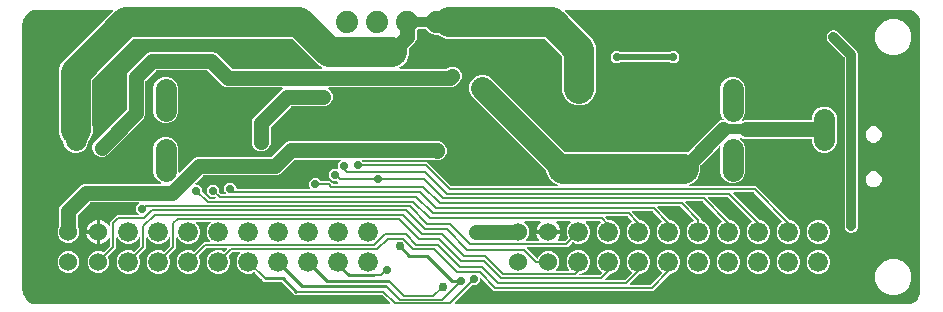
<source format=gbl>
G04 EAGLE Gerber RS-274X export*
G75*
%MOMM*%
%FSLAX34Y34*%
%LPD*%
%INbottom_metal*%
%IPPOS*%
%AMOC8*
5,1,8,0,0,1.08239X$1,22.5*%
G01*
%ADD10C,1.524000*%
%ADD11C,1.676400*%
%ADD12C,1.800000*%
%ADD13C,1.879600*%
%ADD14C,0.756400*%
%ADD15C,1.270000*%
%ADD16C,0.706400*%
%ADD17C,0.203200*%
%ADD18C,0.254000*%
%ADD19C,0.152400*%
%ADD20C,0.806400*%
%ADD21C,2.540000*%
%ADD22C,1.905000*%
%ADD23C,0.508000*%
%ADD24C,0.812800*%
%ADD25C,1.016000*%

G36*
X360758Y2552D02*
X360758Y2552D01*
X360830Y2554D01*
X360879Y2572D01*
X360930Y2580D01*
X360994Y2614D01*
X361061Y2639D01*
X361102Y2671D01*
X361148Y2696D01*
X361197Y2748D01*
X361253Y2792D01*
X361281Y2836D01*
X361317Y2874D01*
X361347Y2939D01*
X361386Y2999D01*
X361399Y3050D01*
X361421Y3097D01*
X361429Y3168D01*
X361446Y3238D01*
X361442Y3290D01*
X361448Y3341D01*
X361433Y3412D01*
X361427Y3483D01*
X361407Y3531D01*
X361396Y3582D01*
X361359Y3643D01*
X361331Y3709D01*
X361286Y3765D01*
X361269Y3793D01*
X361252Y3808D01*
X361226Y3840D01*
X354876Y10190D01*
X354802Y10243D01*
X354732Y10303D01*
X354702Y10315D01*
X354676Y10334D01*
X354589Y10361D01*
X354504Y10395D01*
X354463Y10399D01*
X354441Y10406D01*
X354409Y10405D01*
X354337Y10413D01*
X283413Y10413D01*
X283323Y10399D01*
X283232Y10391D01*
X283202Y10379D01*
X283170Y10374D01*
X283090Y10331D01*
X283006Y10295D01*
X282974Y10269D01*
X282953Y10258D01*
X282931Y10235D01*
X282875Y10190D01*
X282844Y10159D01*
X280528Y10159D01*
X269575Y21112D01*
X269501Y21165D01*
X269432Y21225D01*
X269402Y21237D01*
X269376Y21256D01*
X269289Y21283D01*
X269204Y21317D01*
X269163Y21321D01*
X269141Y21328D01*
X269108Y21327D01*
X269037Y21335D01*
X254112Y21335D01*
X252475Y22972D01*
X252475Y23016D01*
X252460Y23106D01*
X252453Y23197D01*
X252441Y23227D01*
X252435Y23259D01*
X252393Y23340D01*
X252357Y23424D01*
X252331Y23456D01*
X252320Y23476D01*
X252297Y23499D01*
X252252Y23555D01*
X246701Y29106D01*
X246607Y29173D01*
X246513Y29244D01*
X246507Y29246D01*
X246502Y29249D01*
X246390Y29283D01*
X246279Y29320D01*
X246272Y29320D01*
X246266Y29322D01*
X246150Y29319D01*
X246033Y29317D01*
X246026Y29315D01*
X246021Y29315D01*
X246003Y29309D01*
X245872Y29271D01*
X243271Y28193D01*
X239329Y28193D01*
X235688Y29701D01*
X232901Y32488D01*
X231393Y36129D01*
X231393Y40071D01*
X232901Y43712D01*
X234372Y45182D01*
X234413Y45240D01*
X234463Y45292D01*
X234485Y45339D01*
X234515Y45381D01*
X234536Y45450D01*
X234566Y45515D01*
X234572Y45567D01*
X234587Y45617D01*
X234586Y45688D01*
X234593Y45759D01*
X234582Y45810D01*
X234581Y45862D01*
X234556Y45930D01*
X234541Y46000D01*
X234514Y46045D01*
X234497Y46093D01*
X234452Y46149D01*
X234415Y46211D01*
X234375Y46245D01*
X234343Y46285D01*
X234283Y46324D01*
X234228Y46371D01*
X234180Y46390D01*
X234136Y46418D01*
X234067Y46436D01*
X234000Y46463D01*
X233929Y46471D01*
X233897Y46479D01*
X233874Y46477D01*
X233833Y46481D01*
X228190Y46481D01*
X228100Y46467D01*
X228009Y46459D01*
X227979Y46447D01*
X227947Y46442D01*
X227866Y46399D01*
X227782Y46363D01*
X227750Y46337D01*
X227730Y46326D01*
X227707Y46303D01*
X227651Y46258D01*
X224894Y43501D01*
X224827Y43407D01*
X224756Y43313D01*
X224754Y43307D01*
X224751Y43302D01*
X224717Y43190D01*
X224680Y43079D01*
X224680Y43072D01*
X224678Y43066D01*
X224681Y42950D01*
X224683Y42833D01*
X224685Y42826D01*
X224685Y42821D01*
X224691Y42803D01*
X224729Y42672D01*
X225807Y40071D01*
X225807Y36129D01*
X224299Y32488D01*
X221512Y29701D01*
X217871Y28193D01*
X213929Y28193D01*
X210288Y29701D01*
X207501Y32488D01*
X205993Y36129D01*
X205993Y40071D01*
X207501Y43712D01*
X210288Y46499D01*
X213929Y48007D01*
X217871Y48007D01*
X220472Y46929D01*
X220585Y46903D01*
X220699Y46874D01*
X220705Y46875D01*
X220711Y46873D01*
X220828Y46884D01*
X220944Y46893D01*
X220950Y46896D01*
X220956Y46896D01*
X221064Y46944D01*
X221170Y46990D01*
X221176Y46994D01*
X221181Y46996D01*
X221194Y47009D01*
X221301Y47094D01*
X222945Y48738D01*
X222986Y48796D01*
X223036Y48848D01*
X223058Y48895D01*
X223088Y48937D01*
X223109Y49006D01*
X223139Y49071D01*
X223145Y49123D01*
X223161Y49173D01*
X223159Y49244D01*
X223167Y49315D01*
X223155Y49366D01*
X223154Y49418D01*
X223130Y49486D01*
X223114Y49556D01*
X223088Y49600D01*
X223070Y49649D01*
X223025Y49705D01*
X222988Y49767D01*
X222949Y49801D01*
X222916Y49841D01*
X222856Y49880D01*
X222801Y49927D01*
X222753Y49946D01*
X222709Y49974D01*
X222640Y49992D01*
X222573Y50019D01*
X222502Y50027D01*
X222471Y50035D01*
X222447Y50033D01*
X222406Y50037D01*
X206346Y50037D01*
X206256Y50023D01*
X206165Y50015D01*
X206135Y50003D01*
X206103Y49998D01*
X206022Y49955D01*
X205938Y49919D01*
X205906Y49893D01*
X205886Y49882D01*
X205863Y49859D01*
X205807Y49814D01*
X199494Y43501D01*
X199427Y43407D01*
X199356Y43313D01*
X199354Y43307D01*
X199351Y43302D01*
X199317Y43190D01*
X199280Y43079D01*
X199280Y43072D01*
X199278Y43066D01*
X199281Y42950D01*
X199283Y42833D01*
X199285Y42826D01*
X199285Y42821D01*
X199291Y42803D01*
X199329Y42672D01*
X200407Y40071D01*
X200407Y36129D01*
X198899Y32488D01*
X196112Y29701D01*
X192471Y28193D01*
X188529Y28193D01*
X184888Y29701D01*
X182101Y32488D01*
X180593Y36129D01*
X180593Y40071D01*
X182101Y43712D01*
X184888Y46499D01*
X188529Y48007D01*
X192471Y48007D01*
X195072Y46929D01*
X195185Y46903D01*
X195299Y46874D01*
X195305Y46875D01*
X195311Y46873D01*
X195428Y46884D01*
X195544Y46893D01*
X195550Y46896D01*
X195556Y46896D01*
X195664Y46944D01*
X195770Y46990D01*
X195776Y46994D01*
X195781Y46996D01*
X195794Y47009D01*
X195901Y47094D01*
X202214Y53407D01*
X203926Y55119D01*
X208433Y55119D01*
X208504Y55130D01*
X208576Y55132D01*
X208625Y55150D01*
X208676Y55158D01*
X208739Y55192D01*
X208807Y55217D01*
X208847Y55249D01*
X208893Y55274D01*
X208943Y55326D01*
X208999Y55370D01*
X209027Y55414D01*
X209063Y55452D01*
X209093Y55517D01*
X209132Y55577D01*
X209144Y55628D01*
X209166Y55675D01*
X209174Y55746D01*
X209192Y55816D01*
X209188Y55868D01*
X209193Y55919D01*
X209178Y55990D01*
X209173Y56061D01*
X209152Y56109D01*
X209141Y56160D01*
X209104Y56221D01*
X209076Y56287D01*
X209032Y56343D01*
X209015Y56371D01*
X208997Y56386D01*
X208972Y56418D01*
X207501Y57888D01*
X205993Y61529D01*
X205993Y65471D01*
X207501Y69112D01*
X209226Y70836D01*
X209267Y70894D01*
X209317Y70946D01*
X209339Y70993D01*
X209369Y71035D01*
X209390Y71104D01*
X209420Y71169D01*
X209426Y71221D01*
X209441Y71271D01*
X209440Y71342D01*
X209447Y71413D01*
X209436Y71464D01*
X209435Y71516D01*
X209410Y71584D01*
X209395Y71654D01*
X209368Y71699D01*
X209351Y71747D01*
X209306Y71803D01*
X209269Y71865D01*
X209229Y71899D01*
X209197Y71939D01*
X209137Y71978D01*
X209082Y72025D01*
X209034Y72044D01*
X208990Y72072D01*
X208921Y72090D01*
X208854Y72117D01*
X208783Y72125D01*
X208751Y72133D01*
X208728Y72131D01*
X208687Y72135D01*
X197713Y72135D01*
X197642Y72124D01*
X197570Y72122D01*
X197521Y72104D01*
X197470Y72096D01*
X197407Y72062D01*
X197339Y72037D01*
X197299Y72005D01*
X197253Y71980D01*
X197203Y71928D01*
X197147Y71884D01*
X197119Y71840D01*
X197083Y71802D01*
X197053Y71737D01*
X197014Y71677D01*
X197002Y71626D01*
X196980Y71579D01*
X196972Y71508D01*
X196954Y71438D01*
X196958Y71386D01*
X196953Y71335D01*
X196968Y71264D01*
X196973Y71193D01*
X196994Y71145D01*
X197005Y71094D01*
X197042Y71033D01*
X197070Y70967D01*
X197114Y70911D01*
X197131Y70883D01*
X197149Y70868D01*
X197174Y70836D01*
X198899Y69112D01*
X200407Y65471D01*
X200407Y61529D01*
X198899Y57888D01*
X196112Y55101D01*
X192471Y53593D01*
X188529Y53593D01*
X184888Y55101D01*
X182101Y57888D01*
X181805Y58603D01*
X181754Y58686D01*
X181708Y58772D01*
X181689Y58790D01*
X181676Y58812D01*
X181601Y58875D01*
X181530Y58942D01*
X181506Y58953D01*
X181486Y58969D01*
X181395Y59004D01*
X181307Y59045D01*
X181281Y59048D01*
X181257Y59057D01*
X181159Y59062D01*
X181063Y59072D01*
X181037Y59067D01*
X181011Y59068D01*
X180917Y59041D01*
X180822Y59020D01*
X180800Y59007D01*
X180775Y58999D01*
X180695Y58944D01*
X180611Y58894D01*
X180594Y58874D01*
X180573Y58859D01*
X180514Y58781D01*
X180451Y58707D01*
X180441Y58683D01*
X180426Y58662D01*
X180396Y58569D01*
X180359Y58479D01*
X180356Y58446D01*
X180350Y58428D01*
X180350Y58395D01*
X180341Y58312D01*
X180341Y49748D01*
X174094Y43501D01*
X174027Y43407D01*
X173956Y43313D01*
X173954Y43307D01*
X173951Y43302D01*
X173917Y43190D01*
X173880Y43079D01*
X173880Y43072D01*
X173878Y43066D01*
X173881Y42950D01*
X173883Y42833D01*
X173885Y42826D01*
X173885Y42821D01*
X173891Y42803D01*
X173929Y42672D01*
X175007Y40071D01*
X175007Y36129D01*
X173499Y32488D01*
X170712Y29701D01*
X167071Y28193D01*
X163129Y28193D01*
X159488Y29701D01*
X156701Y32488D01*
X155193Y36129D01*
X155193Y40071D01*
X156701Y43712D01*
X159488Y46499D01*
X163129Y48007D01*
X167071Y48007D01*
X169672Y46929D01*
X169785Y46903D01*
X169899Y46874D01*
X169905Y46875D01*
X169911Y46873D01*
X170028Y46884D01*
X170144Y46893D01*
X170150Y46896D01*
X170156Y46896D01*
X170264Y46944D01*
X170370Y46990D01*
X170376Y46994D01*
X170381Y46996D01*
X170394Y47009D01*
X170501Y47094D01*
X175036Y51629D01*
X175089Y51703D01*
X175149Y51773D01*
X175161Y51803D01*
X175180Y51829D01*
X175207Y51916D01*
X175241Y52001D01*
X175245Y52042D01*
X175252Y52064D01*
X175251Y52096D01*
X175259Y52168D01*
X175259Y58312D01*
X175244Y58408D01*
X175234Y58505D01*
X175224Y58529D01*
X175220Y58555D01*
X175174Y58641D01*
X175134Y58730D01*
X175117Y58749D01*
X175104Y58772D01*
X175034Y58839D01*
X174968Y58911D01*
X174945Y58924D01*
X174926Y58942D01*
X174838Y58983D01*
X174752Y59030D01*
X174727Y59034D01*
X174703Y59045D01*
X174606Y59056D01*
X174510Y59073D01*
X174484Y59069D01*
X174459Y59072D01*
X174364Y59052D01*
X174267Y59037D01*
X174244Y59026D01*
X174218Y59020D01*
X174134Y58970D01*
X174048Y58926D01*
X174030Y58907D01*
X174007Y58894D01*
X173944Y58820D01*
X173876Y58750D01*
X173860Y58722D01*
X173847Y58707D01*
X173835Y58676D01*
X173795Y58603D01*
X173499Y57888D01*
X170712Y55101D01*
X167071Y53593D01*
X163129Y53593D01*
X159488Y55101D01*
X156701Y57888D01*
X156405Y58603D01*
X156354Y58686D01*
X156308Y58772D01*
X156289Y58790D01*
X156276Y58812D01*
X156201Y58875D01*
X156130Y58942D01*
X156106Y58953D01*
X156086Y58969D01*
X155995Y59004D01*
X155907Y59045D01*
X155881Y59048D01*
X155857Y59057D01*
X155759Y59062D01*
X155663Y59072D01*
X155637Y59067D01*
X155611Y59068D01*
X155517Y59041D01*
X155422Y59020D01*
X155400Y59007D01*
X155375Y58999D01*
X155295Y58944D01*
X155211Y58894D01*
X155194Y58874D01*
X155173Y58859D01*
X155114Y58781D01*
X155051Y58707D01*
X155041Y58683D01*
X155026Y58662D01*
X154996Y58569D01*
X154959Y58479D01*
X154956Y58446D01*
X154950Y58428D01*
X154950Y58395D01*
X154941Y58312D01*
X154941Y49748D01*
X153230Y48036D01*
X153229Y48036D01*
X148694Y43501D01*
X148627Y43407D01*
X148556Y43313D01*
X148554Y43307D01*
X148551Y43301D01*
X148517Y43191D01*
X148480Y43079D01*
X148480Y43072D01*
X148478Y43066D01*
X148481Y42950D01*
X148483Y42833D01*
X148485Y42826D01*
X148485Y42821D01*
X148491Y42803D01*
X148529Y42672D01*
X149607Y40071D01*
X149607Y36129D01*
X148099Y32488D01*
X145312Y29701D01*
X141671Y28193D01*
X137729Y28193D01*
X134088Y29701D01*
X131301Y32488D01*
X129793Y36129D01*
X129793Y40071D01*
X131301Y43712D01*
X134088Y46499D01*
X137729Y48007D01*
X141671Y48007D01*
X144272Y46929D01*
X144385Y46903D01*
X144499Y46874D01*
X144505Y46875D01*
X144511Y46873D01*
X144628Y46884D01*
X144744Y46893D01*
X144750Y46896D01*
X144756Y46896D01*
X144864Y46944D01*
X144970Y46990D01*
X144976Y46994D01*
X144981Y46996D01*
X144994Y47009D01*
X145101Y47094D01*
X149636Y51629D01*
X149689Y51703D01*
X149749Y51773D01*
X149761Y51803D01*
X149780Y51829D01*
X149807Y51916D01*
X149841Y52001D01*
X149845Y52042D01*
X149852Y52064D01*
X149851Y52096D01*
X149859Y52168D01*
X149859Y58312D01*
X149844Y58408D01*
X149834Y58505D01*
X149824Y58529D01*
X149820Y58555D01*
X149774Y58641D01*
X149734Y58730D01*
X149717Y58749D01*
X149704Y58772D01*
X149634Y58839D01*
X149568Y58911D01*
X149545Y58924D01*
X149526Y58942D01*
X149438Y58983D01*
X149352Y59030D01*
X149327Y59034D01*
X149303Y59045D01*
X149206Y59056D01*
X149110Y59073D01*
X149084Y59069D01*
X149059Y59072D01*
X148964Y59052D01*
X148867Y59037D01*
X148844Y59026D01*
X148818Y59020D01*
X148734Y58970D01*
X148648Y58926D01*
X148630Y58907D01*
X148607Y58894D01*
X148544Y58820D01*
X148476Y58750D01*
X148460Y58722D01*
X148447Y58707D01*
X148435Y58676D01*
X148395Y58603D01*
X148099Y57888D01*
X145312Y55101D01*
X141671Y53593D01*
X137729Y53593D01*
X134088Y55101D01*
X131301Y57888D01*
X131005Y58603D01*
X130954Y58686D01*
X130908Y58772D01*
X130889Y58790D01*
X130876Y58812D01*
X130801Y58875D01*
X130730Y58942D01*
X130706Y58953D01*
X130686Y58969D01*
X130595Y59004D01*
X130507Y59045D01*
X130481Y59048D01*
X130457Y59057D01*
X130359Y59062D01*
X130263Y59072D01*
X130237Y59067D01*
X130211Y59068D01*
X130117Y59041D01*
X130022Y59020D01*
X130000Y59007D01*
X129975Y58999D01*
X129895Y58944D01*
X129811Y58894D01*
X129794Y58874D01*
X129773Y58859D01*
X129714Y58781D01*
X129651Y58707D01*
X129641Y58683D01*
X129626Y58662D01*
X129596Y58569D01*
X129559Y58479D01*
X129556Y58446D01*
X129550Y58428D01*
X129550Y58395D01*
X129541Y58312D01*
X129541Y49748D01*
X127829Y48036D01*
X122711Y42918D01*
X122643Y42824D01*
X122573Y42729D01*
X122571Y42723D01*
X122568Y42718D01*
X122533Y42607D01*
X122497Y42495D01*
X122497Y42489D01*
X122495Y42483D01*
X122498Y42366D01*
X122499Y42250D01*
X122501Y42242D01*
X122502Y42237D01*
X122508Y42220D01*
X122546Y42088D01*
X123445Y39919D01*
X123445Y36281D01*
X122053Y32920D01*
X119480Y30347D01*
X116119Y28955D01*
X112481Y28955D01*
X109120Y30347D01*
X106547Y32920D01*
X105155Y36281D01*
X105155Y39919D01*
X106547Y43280D01*
X109120Y45853D01*
X112481Y47245D01*
X116119Y47245D01*
X118288Y46346D01*
X118402Y46319D01*
X118516Y46291D01*
X118522Y46291D01*
X118528Y46290D01*
X118644Y46301D01*
X118761Y46310D01*
X118766Y46312D01*
X118773Y46313D01*
X118880Y46361D01*
X118987Y46406D01*
X118993Y46411D01*
X118997Y46413D01*
X119011Y46426D01*
X119118Y46511D01*
X124236Y51629D01*
X124289Y51703D01*
X124349Y51773D01*
X124361Y51803D01*
X124380Y51829D01*
X124407Y51916D01*
X124441Y52001D01*
X124445Y52042D01*
X124452Y52064D01*
X124451Y52096D01*
X124459Y52168D01*
X124459Y57887D01*
X124448Y57954D01*
X124447Y58022D01*
X124429Y58075D01*
X124420Y58130D01*
X124388Y58190D01*
X124365Y58254D01*
X124331Y58298D01*
X124304Y58347D01*
X124255Y58394D01*
X124213Y58447D01*
X124167Y58478D01*
X124126Y58516D01*
X124065Y58545D01*
X124008Y58582D01*
X123954Y58597D01*
X123903Y58620D01*
X123836Y58628D01*
X123770Y58645D01*
X123714Y58641D01*
X123659Y58647D01*
X123592Y58633D01*
X123525Y58628D01*
X123473Y58607D01*
X123418Y58595D01*
X123360Y58560D01*
X123297Y58534D01*
X123255Y58497D01*
X123207Y58469D01*
X123163Y58417D01*
X123112Y58373D01*
X123069Y58307D01*
X123047Y58282D01*
X123039Y58262D01*
X123020Y58232D01*
X122990Y58175D01*
X122050Y56881D01*
X120919Y55750D01*
X119625Y54810D01*
X118200Y54084D01*
X116679Y53589D01*
X115823Y53454D01*
X115823Y62738D01*
X115820Y62758D01*
X115822Y62777D01*
X115800Y62879D01*
X115783Y62981D01*
X115774Y62998D01*
X115770Y63018D01*
X115717Y63107D01*
X115668Y63198D01*
X115654Y63212D01*
X115644Y63229D01*
X115565Y63296D01*
X115490Y63367D01*
X115472Y63376D01*
X115457Y63389D01*
X115361Y63427D01*
X115267Y63471D01*
X115247Y63473D01*
X115229Y63481D01*
X115062Y63499D01*
X114299Y63499D01*
X114299Y63501D01*
X115062Y63501D01*
X115082Y63504D01*
X115101Y63502D01*
X115203Y63524D01*
X115305Y63541D01*
X115322Y63550D01*
X115342Y63554D01*
X115431Y63607D01*
X115522Y63656D01*
X115536Y63670D01*
X115553Y63680D01*
X115620Y63759D01*
X115691Y63834D01*
X115700Y63852D01*
X115713Y63867D01*
X115752Y63963D01*
X115795Y64057D01*
X115797Y64077D01*
X115805Y64095D01*
X115823Y64262D01*
X115823Y73546D01*
X116679Y73411D01*
X118200Y72916D01*
X119625Y72190D01*
X120919Y71250D01*
X122050Y70119D01*
X122990Y68825D01*
X123020Y68768D01*
X123060Y68713D01*
X123092Y68653D01*
X123132Y68614D01*
X123165Y68569D01*
X123221Y68530D01*
X123270Y68484D01*
X123321Y68460D01*
X123366Y68428D01*
X123431Y68409D01*
X123493Y68380D01*
X123549Y68374D01*
X123602Y68358D01*
X123670Y68360D01*
X123737Y68353D01*
X123792Y68365D01*
X123848Y68367D01*
X123911Y68391D01*
X123978Y68405D01*
X124026Y68434D01*
X124078Y68454D01*
X124131Y68496D01*
X124189Y68531D01*
X124225Y68574D01*
X124269Y68609D01*
X124305Y68667D01*
X124349Y68718D01*
X124370Y68770D01*
X124400Y68817D01*
X124415Y68883D01*
X124441Y68946D01*
X124449Y69025D01*
X124457Y69057D01*
X124455Y69077D01*
X124459Y69113D01*
X124459Y72172D01*
X129758Y77471D01*
X147982Y77471D01*
X148053Y77482D01*
X148125Y77484D01*
X148174Y77502D01*
X148225Y77510D01*
X148288Y77544D01*
X148356Y77569D01*
X148396Y77601D01*
X148442Y77626D01*
X148492Y77678D01*
X148548Y77722D01*
X148576Y77766D01*
X148612Y77804D01*
X148642Y77869D01*
X148681Y77929D01*
X148693Y77980D01*
X148715Y78027D01*
X148723Y78098D01*
X148741Y78168D01*
X148737Y78220D01*
X148742Y78271D01*
X148727Y78342D01*
X148722Y78413D01*
X148701Y78461D01*
X148690Y78512D01*
X148653Y78573D01*
X148625Y78639D01*
X148580Y78695D01*
X148564Y78723D01*
X148546Y78738D01*
X148520Y78770D01*
X146327Y80963D01*
X146327Y85153D01*
X148520Y87346D01*
X148562Y87404D01*
X148612Y87456D01*
X148634Y87503D01*
X148664Y87545D01*
X148685Y87614D01*
X148715Y87679D01*
X148721Y87731D01*
X148736Y87781D01*
X148734Y87852D01*
X148742Y87923D01*
X148731Y87974D01*
X148730Y88026D01*
X148705Y88094D01*
X148690Y88164D01*
X148663Y88209D01*
X148646Y88257D01*
X148601Y88313D01*
X148564Y88375D01*
X148524Y88409D01*
X148492Y88449D01*
X148432Y88488D01*
X148377Y88535D01*
X148329Y88554D01*
X148285Y88582D01*
X148215Y88600D01*
X148149Y88627D01*
X148078Y88635D01*
X148046Y88643D01*
X148023Y88641D01*
X147982Y88645D01*
X107717Y88645D01*
X107627Y88631D01*
X107536Y88623D01*
X107506Y88611D01*
X107474Y88606D01*
X107394Y88563D01*
X107310Y88527D01*
X107278Y88501D01*
X107257Y88490D01*
X107235Y88467D01*
X107179Y88422D01*
X96998Y78241D01*
X96945Y78167D01*
X96885Y78098D01*
X96873Y78068D01*
X96854Y78041D01*
X96827Y77954D01*
X96793Y77870D01*
X96789Y77829D01*
X96782Y77806D01*
X96783Y77774D01*
X96775Y77703D01*
X96775Y68536D01*
X96785Y68472D01*
X96786Y68406D01*
X96809Y68326D01*
X96814Y68294D01*
X96824Y68277D01*
X96833Y68245D01*
X98045Y65319D01*
X98045Y61681D01*
X96653Y58320D01*
X94080Y55747D01*
X90719Y54355D01*
X87081Y54355D01*
X83720Y55747D01*
X81147Y58320D01*
X79755Y61681D01*
X79755Y65319D01*
X80967Y68245D01*
X80982Y68309D01*
X81007Y68370D01*
X81016Y68453D01*
X81023Y68485D01*
X81022Y68504D01*
X81025Y68536D01*
X81025Y82846D01*
X82224Y85741D01*
X84546Y88063D01*
X99679Y103196D01*
X102574Y104395D01*
X166864Y104395D01*
X166961Y104410D01*
X167057Y104420D01*
X167081Y104430D01*
X167107Y104434D01*
X167193Y104480D01*
X167282Y104520D01*
X167301Y104537D01*
X167325Y104550D01*
X167392Y104620D01*
X167463Y104686D01*
X167476Y104709D01*
X167494Y104728D01*
X167535Y104816D01*
X167582Y104902D01*
X167587Y104927D01*
X167598Y104951D01*
X167608Y105048D01*
X167626Y105144D01*
X167622Y105170D01*
X167625Y105195D01*
X167604Y105291D01*
X167590Y105387D01*
X167578Y105410D01*
X167572Y105436D01*
X167523Y105519D01*
X167478Y105606D01*
X167460Y105625D01*
X167446Y105647D01*
X167372Y105710D01*
X167303Y105778D01*
X167274Y105794D01*
X167259Y105807D01*
X167229Y105819D01*
X167156Y105859D01*
X165518Y106538D01*
X162558Y109498D01*
X160955Y113367D01*
X160955Y135553D01*
X162558Y139422D01*
X165518Y142382D01*
X169387Y143985D01*
X173573Y143985D01*
X177442Y142382D01*
X180402Y139422D01*
X182005Y135553D01*
X182005Y114461D01*
X182016Y114390D01*
X182018Y114319D01*
X182036Y114270D01*
X182044Y114218D01*
X182078Y114155D01*
X182103Y114088D01*
X182135Y114047D01*
X182160Y114001D01*
X182212Y113952D01*
X182256Y113896D01*
X182300Y113867D01*
X182338Y113832D01*
X182403Y113801D01*
X182463Y113763D01*
X182514Y113750D01*
X182561Y113728D01*
X182632Y113720D01*
X182702Y113703D01*
X182754Y113707D01*
X182805Y113701D01*
X182876Y113716D01*
X182947Y113722D01*
X182995Y113742D01*
X183046Y113753D01*
X183107Y113790D01*
X183173Y113818D01*
X183229Y113863D01*
X183257Y113879D01*
X183272Y113897D01*
X183304Y113923D01*
X195437Y126056D01*
X198332Y127255D01*
X260583Y127255D01*
X260673Y127269D01*
X260764Y127277D01*
X260794Y127289D01*
X260826Y127294D01*
X260906Y127337D01*
X260990Y127373D01*
X261022Y127399D01*
X261043Y127410D01*
X261065Y127433D01*
X261121Y127478D01*
X270585Y136942D01*
X272907Y139264D01*
X275802Y140463D01*
X402378Y140463D01*
X405273Y139264D01*
X407996Y136541D01*
X409195Y133646D01*
X409195Y130514D01*
X407996Y127619D01*
X405781Y125404D01*
X402886Y124205D01*
X399754Y124205D01*
X398667Y124655D01*
X398603Y124670D01*
X398542Y124695D01*
X398460Y124704D01*
X398428Y124711D01*
X398408Y124710D01*
X398376Y124713D01*
X338428Y124713D01*
X338357Y124702D01*
X338285Y124700D01*
X338236Y124682D01*
X338185Y124674D01*
X338122Y124640D01*
X338054Y124615D01*
X338014Y124583D01*
X337968Y124558D01*
X337918Y124507D01*
X337862Y124462D01*
X337834Y124418D01*
X337798Y124380D01*
X337768Y124315D01*
X337729Y124255D01*
X337717Y124204D01*
X337695Y124157D01*
X337687Y124086D01*
X337669Y124016D01*
X337673Y123964D01*
X337668Y123913D01*
X337683Y123842D01*
X337688Y123771D01*
X337709Y123723D01*
X337720Y123672D01*
X337757Y123611D01*
X337785Y123545D01*
X337829Y123489D01*
X337846Y123461D01*
X337864Y123446D01*
X337890Y123414D01*
X338652Y122652D01*
X338726Y122599D01*
X338795Y122539D01*
X338825Y122527D01*
X338851Y122508D01*
X338938Y122481D01*
X339023Y122447D01*
X339064Y122443D01*
X339086Y122436D01*
X339119Y122437D01*
X339190Y122429D01*
X392974Y122429D01*
X413071Y102332D01*
X413145Y102279D01*
X413215Y102219D01*
X413245Y102207D01*
X413271Y102188D01*
X413358Y102161D01*
X413443Y102127D01*
X413484Y102123D01*
X413506Y102116D01*
X413538Y102117D01*
X413610Y102109D01*
X502784Y102109D01*
X502880Y102124D01*
X502977Y102134D01*
X503001Y102144D01*
X503027Y102148D01*
X503113Y102194D01*
X503202Y102234D01*
X503221Y102251D01*
X503244Y102264D01*
X503311Y102334D01*
X503383Y102400D01*
X503396Y102423D01*
X503414Y102442D01*
X503455Y102530D01*
X503502Y102616D01*
X503506Y102641D01*
X503517Y102665D01*
X503528Y102762D01*
X503545Y102858D01*
X503541Y102884D01*
X503544Y102909D01*
X503524Y103005D01*
X503510Y103101D01*
X503498Y103124D01*
X503492Y103150D01*
X503442Y103233D01*
X503398Y103320D01*
X503379Y103339D01*
X503366Y103361D01*
X503292Y103424D01*
X503222Y103492D01*
X503194Y103508D01*
X503179Y103521D01*
X503148Y103533D01*
X503075Y103573D01*
X499788Y104935D01*
X495787Y108936D01*
X493621Y114165D01*
X493621Y115277D01*
X493607Y115367D01*
X493599Y115458D01*
X493587Y115488D01*
X493582Y115519D01*
X493539Y115600D01*
X493503Y115684D01*
X493477Y115716D01*
X493466Y115737D01*
X493443Y115759D01*
X493398Y115815D01*
X430053Y179161D01*
X428370Y183222D01*
X428370Y187618D01*
X430053Y191679D01*
X433161Y194787D01*
X437222Y196470D01*
X441618Y196470D01*
X445679Y194787D01*
X509025Y131442D01*
X509099Y131389D01*
X509168Y131329D01*
X509199Y131317D01*
X509225Y131298D01*
X509312Y131271D01*
X509397Y131237D01*
X509437Y131233D01*
X509460Y131226D01*
X509492Y131227D01*
X509563Y131219D01*
X612627Y131219D01*
X612717Y131233D01*
X612808Y131241D01*
X612838Y131253D01*
X612870Y131258D01*
X612950Y131301D01*
X613034Y131337D01*
X613066Y131363D01*
X613087Y131374D01*
X613109Y131397D01*
X613165Y131442D01*
X638667Y156944D01*
X641562Y158143D01*
X642875Y158143D01*
X642946Y158154D01*
X643018Y158156D01*
X643067Y158174D01*
X643118Y158182D01*
X643181Y158216D01*
X643249Y158241D01*
X643289Y158273D01*
X643335Y158298D01*
X643385Y158350D01*
X643441Y158394D01*
X643469Y158438D01*
X643505Y158476D01*
X643535Y158541D01*
X643574Y158601D01*
X643586Y158652D01*
X643608Y158699D01*
X643616Y158770D01*
X643634Y158840D01*
X643630Y158892D01*
X643635Y158943D01*
X643620Y159014D01*
X643615Y159085D01*
X643594Y159133D01*
X643583Y159184D01*
X643546Y159245D01*
X643518Y159311D01*
X643474Y159367D01*
X643457Y159395D01*
X643439Y159410D01*
X643414Y159442D01*
X642558Y160298D01*
X640955Y164167D01*
X640955Y186353D01*
X642558Y190222D01*
X645518Y193182D01*
X649387Y194785D01*
X653573Y194785D01*
X657442Y193182D01*
X660402Y190222D01*
X662005Y186353D01*
X662005Y164167D01*
X660402Y160298D01*
X659101Y158997D01*
X659045Y158918D01*
X658982Y158843D01*
X658973Y158819D01*
X658958Y158797D01*
X658929Y158704D01*
X658894Y158613D01*
X658893Y158587D01*
X658885Y158562D01*
X658888Y158465D01*
X658884Y158368D01*
X658891Y158343D01*
X658892Y158316D01*
X658925Y158225D01*
X658952Y158131D01*
X658967Y158110D01*
X658976Y158085D01*
X659037Y158009D01*
X659093Y157929D01*
X659114Y157914D01*
X659130Y157893D01*
X659212Y157841D01*
X659290Y157783D01*
X659315Y157775D01*
X659337Y157760D01*
X659431Y157737D01*
X659524Y157706D01*
X659550Y157707D01*
X659575Y157700D01*
X659672Y157708D01*
X659770Y157709D01*
X659801Y157718D01*
X659821Y157719D01*
X659851Y157732D01*
X659931Y157756D01*
X660866Y158143D01*
X717694Y158143D01*
X717714Y158146D01*
X717733Y158144D01*
X717835Y158166D01*
X717937Y158182D01*
X717954Y158192D01*
X717974Y158196D01*
X718063Y158249D01*
X718154Y158298D01*
X718168Y158312D01*
X718185Y158322D01*
X718252Y158401D01*
X718324Y158476D01*
X718332Y158494D01*
X718345Y158509D01*
X718384Y158605D01*
X718427Y158699D01*
X718429Y158719D01*
X718437Y158737D01*
X718455Y158904D01*
X718455Y161253D01*
X720058Y165122D01*
X723018Y168082D01*
X726887Y169685D01*
X731073Y169685D01*
X734942Y168082D01*
X737902Y165122D01*
X739505Y161253D01*
X739505Y139067D01*
X737902Y135198D01*
X734942Y132238D01*
X731073Y130635D01*
X726887Y130635D01*
X723018Y132238D01*
X720058Y135198D01*
X718455Y139067D01*
X718455Y141632D01*
X718452Y141652D01*
X718454Y141671D01*
X718432Y141773D01*
X718416Y141875D01*
X718406Y141892D01*
X718402Y141912D01*
X718349Y142001D01*
X718300Y142092D01*
X718286Y142106D01*
X718276Y142123D01*
X718197Y142190D01*
X718122Y142262D01*
X718104Y142270D01*
X718089Y142283D01*
X717993Y142322D01*
X717899Y142365D01*
X717879Y142367D01*
X717861Y142375D01*
X717694Y142393D01*
X660866Y142393D01*
X658538Y143357D01*
X658443Y143380D01*
X658350Y143408D01*
X658324Y143408D01*
X658299Y143414D01*
X658202Y143404D01*
X658104Y143402D01*
X658080Y143393D01*
X658054Y143390D01*
X657965Y143351D01*
X657873Y143317D01*
X657853Y143301D01*
X657829Y143290D01*
X657757Y143225D01*
X657681Y143164D01*
X657667Y143142D01*
X657648Y143124D01*
X657601Y143039D01*
X657548Y142957D01*
X657542Y142932D01*
X657529Y142909D01*
X657512Y142813D01*
X657488Y142718D01*
X657490Y142692D01*
X657486Y142667D01*
X657500Y142570D01*
X657507Y142473D01*
X657517Y142449D01*
X657521Y142423D01*
X657566Y142336D01*
X657604Y142247D01*
X657624Y142221D01*
X657633Y142204D01*
X657656Y142181D01*
X657708Y142116D01*
X660402Y139422D01*
X662005Y135553D01*
X662005Y113367D01*
X660402Y109498D01*
X657442Y106538D01*
X653573Y104935D01*
X649387Y104935D01*
X645518Y106538D01*
X642558Y109498D01*
X640955Y113367D01*
X640955Y135121D01*
X640944Y135192D01*
X640942Y135263D01*
X640924Y135312D01*
X640916Y135364D01*
X640882Y135427D01*
X640857Y135494D01*
X640825Y135535D01*
X640800Y135581D01*
X640749Y135630D01*
X640704Y135686D01*
X640660Y135715D01*
X640622Y135750D01*
X640557Y135781D01*
X640497Y135819D01*
X640446Y135832D01*
X640399Y135854D01*
X640328Y135862D01*
X640258Y135879D01*
X640206Y135875D01*
X640155Y135881D01*
X640084Y135866D01*
X640013Y135860D01*
X639965Y135840D01*
X639914Y135829D01*
X639853Y135792D01*
X639787Y135764D01*
X639731Y135719D01*
X639703Y135703D01*
X639688Y135685D01*
X639656Y135659D01*
X624302Y120305D01*
X624259Y120246D01*
X624217Y120201D01*
X624210Y120186D01*
X624189Y120162D01*
X624177Y120132D01*
X624158Y120105D01*
X624131Y120018D01*
X624128Y120010D01*
X624113Y119978D01*
X624112Y119971D01*
X624097Y119934D01*
X624093Y119893D01*
X624086Y119870D01*
X624087Y119838D01*
X624079Y119767D01*
X624079Y114165D01*
X621913Y108936D01*
X617912Y104935D01*
X614625Y103573D01*
X614542Y103522D01*
X614456Y103476D01*
X614438Y103457D01*
X614415Y103444D01*
X614353Y103369D01*
X614286Y103298D01*
X614275Y103274D01*
X614259Y103254D01*
X614224Y103163D01*
X614183Y103075D01*
X614180Y103049D01*
X614170Y103025D01*
X614166Y102927D01*
X614156Y102831D01*
X614161Y102805D01*
X614160Y102779D01*
X614187Y102685D01*
X614208Y102590D01*
X614221Y102568D01*
X614229Y102543D01*
X614284Y102463D01*
X614334Y102379D01*
X614354Y102362D01*
X614369Y102341D01*
X614447Y102282D01*
X614521Y102219D01*
X614545Y102209D01*
X614566Y102194D01*
X614659Y102164D01*
X614749Y102127D01*
X614782Y102124D01*
X614800Y102118D01*
X614833Y102118D01*
X614916Y102109D01*
X671104Y102109D01*
X699583Y73630D01*
X699657Y73577D01*
X699727Y73517D01*
X699757Y73505D01*
X699783Y73486D01*
X699870Y73459D01*
X699955Y73425D01*
X699996Y73421D01*
X700018Y73414D01*
X700050Y73415D01*
X700122Y73407D01*
X700471Y73407D01*
X704112Y71899D01*
X706899Y69112D01*
X708407Y65471D01*
X708407Y61529D01*
X706899Y57888D01*
X704112Y55101D01*
X700471Y53593D01*
X696529Y53593D01*
X692888Y55101D01*
X690101Y57888D01*
X688593Y61529D01*
X688593Y65471D01*
X690101Y69112D01*
X692970Y71980D01*
X692982Y71996D01*
X692997Y72009D01*
X693053Y72096D01*
X693114Y72180D01*
X693119Y72199D01*
X693130Y72216D01*
X693156Y72316D01*
X693186Y72415D01*
X693185Y72435D01*
X693190Y72454D01*
X693182Y72557D01*
X693180Y72661D01*
X693173Y72680D01*
X693171Y72700D01*
X693131Y72794D01*
X693095Y72892D01*
X693083Y72908D01*
X693075Y72926D01*
X692970Y73057D01*
X669223Y96804D01*
X669149Y96857D01*
X669079Y96917D01*
X669049Y96929D01*
X669023Y96948D01*
X668936Y96975D01*
X668851Y97009D01*
X668810Y97013D01*
X668788Y97020D01*
X668756Y97019D01*
X668684Y97027D01*
X652624Y97027D01*
X652553Y97016D01*
X652481Y97014D01*
X652432Y96996D01*
X652381Y96988D01*
X652318Y96954D01*
X652250Y96929D01*
X652210Y96897D01*
X652164Y96872D01*
X652114Y96820D01*
X652058Y96776D01*
X652030Y96732D01*
X651994Y96694D01*
X651964Y96629D01*
X651925Y96569D01*
X651912Y96518D01*
X651891Y96471D01*
X651883Y96400D01*
X651865Y96330D01*
X651869Y96278D01*
X651863Y96227D01*
X651879Y96156D01*
X651884Y96085D01*
X651905Y96037D01*
X651916Y95986D01*
X651953Y95925D01*
X651981Y95859D01*
X652025Y95803D01*
X652042Y95775D01*
X652060Y95760D01*
X652085Y95728D01*
X674183Y73630D01*
X674257Y73577D01*
X674327Y73517D01*
X674357Y73505D01*
X674383Y73486D01*
X674470Y73459D01*
X674555Y73425D01*
X674596Y73421D01*
X674618Y73414D01*
X674650Y73415D01*
X674722Y73407D01*
X675071Y73407D01*
X678712Y71899D01*
X681499Y69112D01*
X683007Y65471D01*
X683007Y61529D01*
X681499Y57888D01*
X678712Y55101D01*
X675071Y53593D01*
X671129Y53593D01*
X667488Y55101D01*
X664701Y57888D01*
X663193Y61529D01*
X663193Y65471D01*
X664701Y69112D01*
X667570Y71980D01*
X667582Y71996D01*
X667597Y72009D01*
X667653Y72096D01*
X667714Y72180D01*
X667719Y72199D01*
X667730Y72216D01*
X667756Y72316D01*
X667786Y72415D01*
X667785Y72435D01*
X667790Y72454D01*
X667782Y72557D01*
X667780Y72661D01*
X667773Y72680D01*
X667771Y72700D01*
X667731Y72794D01*
X667695Y72892D01*
X667683Y72908D01*
X667675Y72926D01*
X667570Y73057D01*
X647633Y92994D01*
X647559Y93047D01*
X647489Y93107D01*
X647459Y93119D01*
X647433Y93138D01*
X647346Y93165D01*
X647261Y93199D01*
X647220Y93203D01*
X647198Y93210D01*
X647166Y93209D01*
X647094Y93217D01*
X631034Y93217D01*
X630963Y93206D01*
X630891Y93204D01*
X630842Y93186D01*
X630791Y93178D01*
X630728Y93144D01*
X630660Y93119D01*
X630619Y93087D01*
X630574Y93062D01*
X630524Y93011D01*
X630468Y92966D01*
X630440Y92922D01*
X630404Y92884D01*
X630374Y92819D01*
X630335Y92759D01*
X630322Y92708D01*
X630301Y92661D01*
X630293Y92590D01*
X630275Y92520D01*
X630279Y92468D01*
X630273Y92417D01*
X630289Y92346D01*
X630294Y92275D01*
X630315Y92227D01*
X630326Y92176D01*
X630363Y92115D01*
X630391Y92049D01*
X630435Y91993D01*
X630452Y91965D01*
X630470Y91950D01*
X630495Y91918D01*
X648783Y73630D01*
X648857Y73577D01*
X648927Y73517D01*
X648957Y73505D01*
X648983Y73486D01*
X649070Y73459D01*
X649155Y73425D01*
X649196Y73421D01*
X649218Y73414D01*
X649250Y73415D01*
X649322Y73407D01*
X649671Y73407D01*
X653312Y71899D01*
X656099Y69112D01*
X657607Y65471D01*
X657607Y61529D01*
X656099Y57888D01*
X653312Y55101D01*
X649671Y53593D01*
X645729Y53593D01*
X642088Y55101D01*
X639301Y57888D01*
X637793Y61529D01*
X637793Y65471D01*
X639301Y69112D01*
X642170Y71980D01*
X642182Y71996D01*
X642197Y72009D01*
X642253Y72096D01*
X642314Y72180D01*
X642319Y72199D01*
X642330Y72216D01*
X642356Y72316D01*
X642386Y72415D01*
X642385Y72435D01*
X642390Y72454D01*
X642382Y72557D01*
X642380Y72661D01*
X642373Y72680D01*
X642371Y72700D01*
X642331Y72794D01*
X642295Y72892D01*
X642283Y72908D01*
X642275Y72926D01*
X642170Y73057D01*
X626043Y89184D01*
X625969Y89237D01*
X625899Y89297D01*
X625869Y89309D01*
X625843Y89328D01*
X625756Y89355D01*
X625671Y89389D01*
X625630Y89393D01*
X625608Y89400D01*
X625576Y89399D01*
X625504Y89407D01*
X611984Y89407D01*
X611913Y89396D01*
X611841Y89394D01*
X611792Y89376D01*
X611741Y89368D01*
X611678Y89334D01*
X611610Y89309D01*
X611570Y89277D01*
X611524Y89252D01*
X611474Y89200D01*
X611418Y89156D01*
X611390Y89112D01*
X611354Y89074D01*
X611324Y89009D01*
X611285Y88949D01*
X611272Y88898D01*
X611251Y88851D01*
X611243Y88780D01*
X611225Y88710D01*
X611229Y88658D01*
X611223Y88607D01*
X611239Y88536D01*
X611244Y88465D01*
X611265Y88417D01*
X611276Y88366D01*
X611313Y88305D01*
X611341Y88239D01*
X611385Y88183D01*
X611402Y88155D01*
X611420Y88140D01*
X611445Y88108D01*
X624841Y74712D01*
X624841Y73679D01*
X624860Y73564D01*
X624877Y73448D01*
X624879Y73443D01*
X624880Y73436D01*
X624935Y73334D01*
X624988Y73229D01*
X624993Y73225D01*
X624996Y73219D01*
X625080Y73139D01*
X625164Y73057D01*
X625170Y73053D01*
X625174Y73050D01*
X625191Y73042D01*
X625311Y72976D01*
X627912Y71899D01*
X630699Y69112D01*
X632207Y65471D01*
X632207Y61529D01*
X630699Y57888D01*
X627912Y55101D01*
X624271Y53593D01*
X620329Y53593D01*
X616688Y55101D01*
X613901Y57888D01*
X612393Y61529D01*
X612393Y65471D01*
X613901Y69112D01*
X616688Y71899D01*
X618309Y72570D01*
X618348Y72594D01*
X618391Y72610D01*
X618451Y72658D01*
X618518Y72699D01*
X618547Y72735D01*
X618583Y72763D01*
X618625Y72829D01*
X618675Y72889D01*
X618691Y72932D01*
X618716Y72970D01*
X618735Y73046D01*
X618763Y73118D01*
X618765Y73164D01*
X618776Y73209D01*
X618770Y73286D01*
X618773Y73364D01*
X618760Y73408D01*
X618757Y73454D01*
X618726Y73526D01*
X618705Y73600D01*
X618678Y73638D01*
X618660Y73680D01*
X618575Y73787D01*
X618564Y73802D01*
X618560Y73805D01*
X618556Y73811D01*
X607501Y84866D01*
X607427Y84919D01*
X607357Y84979D01*
X607327Y84991D01*
X607301Y85010D01*
X607214Y85037D01*
X607129Y85071D01*
X607088Y85075D01*
X607066Y85082D01*
X607034Y85081D01*
X606962Y85089D01*
X588362Y85089D01*
X588291Y85078D01*
X588219Y85076D01*
X588170Y85058D01*
X588119Y85050D01*
X588056Y85016D01*
X587988Y84991D01*
X587948Y84959D01*
X587902Y84934D01*
X587852Y84882D01*
X587796Y84838D01*
X587768Y84794D01*
X587732Y84756D01*
X587702Y84691D01*
X587663Y84631D01*
X587650Y84580D01*
X587629Y84533D01*
X587621Y84462D01*
X587603Y84392D01*
X587607Y84340D01*
X587601Y84289D01*
X587617Y84218D01*
X587622Y84147D01*
X587643Y84099D01*
X587654Y84048D01*
X587691Y83987D01*
X587719Y83921D01*
X587763Y83865D01*
X587780Y83837D01*
X587798Y83822D01*
X587823Y83790D01*
X597983Y73630D01*
X598057Y73577D01*
X598127Y73517D01*
X598157Y73505D01*
X598183Y73486D01*
X598270Y73459D01*
X598355Y73425D01*
X598396Y73421D01*
X598418Y73414D01*
X598450Y73415D01*
X598522Y73407D01*
X598871Y73407D01*
X602512Y71899D01*
X605299Y69112D01*
X606807Y65471D01*
X606807Y61529D01*
X605299Y57888D01*
X602512Y55101D01*
X598871Y53593D01*
X594929Y53593D01*
X591288Y55101D01*
X588501Y57888D01*
X586993Y61529D01*
X586993Y65471D01*
X588501Y69112D01*
X591370Y71980D01*
X591382Y71996D01*
X591397Y72009D01*
X591453Y72096D01*
X591514Y72180D01*
X591519Y72199D01*
X591530Y72216D01*
X591556Y72316D01*
X591586Y72415D01*
X591585Y72435D01*
X591590Y72454D01*
X591582Y72557D01*
X591580Y72661D01*
X591573Y72680D01*
X591571Y72700D01*
X591531Y72794D01*
X591495Y72892D01*
X591483Y72908D01*
X591475Y72926D01*
X591370Y73057D01*
X583625Y80802D01*
X583551Y80855D01*
X583481Y80915D01*
X583451Y80927D01*
X583425Y80946D01*
X583338Y80973D01*
X583253Y81007D01*
X583212Y81011D01*
X583190Y81018D01*
X583158Y81017D01*
X583086Y81025D01*
X567026Y81025D01*
X566955Y81014D01*
X566883Y81012D01*
X566834Y80994D01*
X566783Y80986D01*
X566720Y80952D01*
X566652Y80927D01*
X566612Y80895D01*
X566566Y80870D01*
X566516Y80818D01*
X566460Y80774D01*
X566432Y80730D01*
X566396Y80692D01*
X566366Y80627D01*
X566327Y80567D01*
X566314Y80516D01*
X566293Y80469D01*
X566285Y80398D01*
X566267Y80328D01*
X566271Y80276D01*
X566265Y80225D01*
X566281Y80154D01*
X566286Y80083D01*
X566307Y80035D01*
X566318Y79984D01*
X566355Y79923D01*
X566383Y79857D01*
X566427Y79801D01*
X566444Y79773D01*
X566462Y79758D01*
X566487Y79726D01*
X572583Y73630D01*
X572657Y73577D01*
X572727Y73517D01*
X572757Y73505D01*
X572783Y73486D01*
X572870Y73459D01*
X572955Y73425D01*
X572996Y73421D01*
X573018Y73414D01*
X573050Y73415D01*
X573122Y73407D01*
X573471Y73407D01*
X577112Y71899D01*
X579899Y69112D01*
X581407Y65471D01*
X581407Y61529D01*
X579899Y57888D01*
X577112Y55101D01*
X573471Y53593D01*
X569529Y53593D01*
X565888Y55101D01*
X563101Y57888D01*
X561593Y61529D01*
X561593Y65471D01*
X563101Y69112D01*
X565970Y71980D01*
X565982Y71996D01*
X565997Y72009D01*
X566053Y72096D01*
X566114Y72180D01*
X566119Y72199D01*
X566130Y72216D01*
X566156Y72316D01*
X566186Y72415D01*
X566185Y72435D01*
X566190Y72454D01*
X566182Y72557D01*
X566180Y72661D01*
X566173Y72680D01*
X566171Y72700D01*
X566131Y72794D01*
X566095Y72892D01*
X566083Y72908D01*
X566075Y72926D01*
X565970Y73057D01*
X562543Y76484D01*
X562469Y76537D01*
X562399Y76597D01*
X562369Y76609D01*
X562343Y76628D01*
X562256Y76655D01*
X562171Y76689D01*
X562130Y76693D01*
X562108Y76700D01*
X562076Y76699D01*
X562004Y76707D01*
X544420Y76707D01*
X544349Y76696D01*
X544277Y76694D01*
X544228Y76676D01*
X544177Y76668D01*
X544114Y76634D01*
X544046Y76609D01*
X544006Y76577D01*
X543960Y76552D01*
X543910Y76500D01*
X543854Y76456D01*
X543826Y76412D01*
X543790Y76374D01*
X543760Y76309D01*
X543721Y76249D01*
X543708Y76198D01*
X543687Y76151D01*
X543679Y76080D01*
X543661Y76010D01*
X543665Y75958D01*
X543659Y75907D01*
X543675Y75836D01*
X543680Y75765D01*
X543701Y75717D01*
X543712Y75666D01*
X543749Y75605D01*
X543777Y75539D01*
X543821Y75483D01*
X543838Y75455D01*
X543856Y75440D01*
X543881Y75408D01*
X545659Y73630D01*
X545733Y73577D01*
X545803Y73517D01*
X545833Y73505D01*
X545859Y73486D01*
X545946Y73459D01*
X546031Y73425D01*
X546072Y73421D01*
X546094Y73414D01*
X546126Y73415D01*
X546198Y73407D01*
X548071Y73407D01*
X551712Y71899D01*
X554499Y69112D01*
X556007Y65471D01*
X556007Y61529D01*
X554499Y57888D01*
X551712Y55101D01*
X548071Y53593D01*
X544129Y53593D01*
X540488Y55101D01*
X537701Y57888D01*
X536193Y61529D01*
X536193Y65471D01*
X537701Y69112D01*
X539680Y71090D01*
X539721Y71148D01*
X539771Y71200D01*
X539793Y71247D01*
X539823Y71289D01*
X539844Y71358D01*
X539874Y71423D01*
X539880Y71475D01*
X539895Y71525D01*
X539894Y71596D01*
X539901Y71667D01*
X539890Y71718D01*
X539889Y71770D01*
X539864Y71838D01*
X539849Y71908D01*
X539822Y71953D01*
X539805Y72001D01*
X539760Y72057D01*
X539723Y72119D01*
X539683Y72153D01*
X539651Y72193D01*
X539591Y72232D01*
X539536Y72279D01*
X539488Y72298D01*
X539444Y72326D01*
X539375Y72344D01*
X539308Y72371D01*
X539237Y72379D01*
X539205Y72387D01*
X539182Y72385D01*
X539141Y72389D01*
X527659Y72389D01*
X527588Y72378D01*
X527516Y72376D01*
X527467Y72358D01*
X527416Y72350D01*
X527353Y72316D01*
X527285Y72291D01*
X527245Y72259D01*
X527199Y72234D01*
X527149Y72182D01*
X527093Y72138D01*
X527065Y72094D01*
X527029Y72056D01*
X526999Y71991D01*
X526960Y71931D01*
X526948Y71880D01*
X526926Y71833D01*
X526918Y71762D01*
X526900Y71692D01*
X526904Y71640D01*
X526899Y71589D01*
X526914Y71518D01*
X526919Y71447D01*
X526940Y71399D01*
X526951Y71348D01*
X526988Y71287D01*
X527016Y71221D01*
X527060Y71165D01*
X527077Y71137D01*
X527095Y71122D01*
X527120Y71090D01*
X529099Y69112D01*
X530607Y65471D01*
X530607Y61529D01*
X529099Y57888D01*
X526312Y55101D01*
X522671Y53593D01*
X518729Y53593D01*
X516128Y54671D01*
X516015Y54697D01*
X515901Y54726D01*
X515895Y54725D01*
X515889Y54727D01*
X515772Y54716D01*
X515656Y54707D01*
X515650Y54704D01*
X515644Y54704D01*
X515537Y54656D01*
X515430Y54610D01*
X515424Y54606D01*
X515419Y54604D01*
X515406Y54591D01*
X515299Y54506D01*
X513304Y52511D01*
X511592Y50799D01*
X477618Y50799D01*
X477547Y50788D01*
X477475Y50786D01*
X477426Y50768D01*
X477375Y50760D01*
X477312Y50726D01*
X477244Y50701D01*
X477204Y50669D01*
X477158Y50644D01*
X477108Y50592D01*
X477052Y50548D01*
X477024Y50504D01*
X476988Y50466D01*
X476958Y50401D01*
X476919Y50341D01*
X476906Y50290D01*
X476885Y50243D01*
X476877Y50172D01*
X476859Y50102D01*
X476863Y50050D01*
X476857Y49999D01*
X476873Y49928D01*
X476878Y49857D01*
X476899Y49809D01*
X476910Y49758D01*
X476947Y49697D01*
X476975Y49631D01*
X477019Y49575D01*
X477036Y49547D01*
X477054Y49532D01*
X477079Y49500D01*
X477236Y49344D01*
X477236Y49343D01*
X485498Y41082D01*
X485535Y41055D01*
X485566Y41021D01*
X485634Y40983D01*
X485697Y40938D01*
X485741Y40925D01*
X485781Y40902D01*
X485858Y40889D01*
X485932Y40866D01*
X485978Y40867D01*
X486023Y40859D01*
X486100Y40870D01*
X486178Y40872D01*
X486221Y40888D01*
X486267Y40894D01*
X486336Y40930D01*
X486409Y40956D01*
X486445Y40985D01*
X486486Y41006D01*
X486541Y41062D01*
X486601Y41110D01*
X486626Y41149D01*
X486658Y41182D01*
X486724Y41301D01*
X486734Y41317D01*
X486736Y41322D01*
X486739Y41329D01*
X487547Y43280D01*
X490120Y45853D01*
X493481Y47245D01*
X497119Y47245D01*
X500480Y45853D01*
X503053Y43280D01*
X504445Y39919D01*
X504445Y36281D01*
X503053Y32920D01*
X501913Y31780D01*
X501871Y31722D01*
X501822Y31670D01*
X501800Y31623D01*
X501769Y31581D01*
X501748Y31512D01*
X501718Y31447D01*
X501712Y31395D01*
X501697Y31345D01*
X501699Y31274D01*
X501691Y31203D01*
X501702Y31152D01*
X501703Y31100D01*
X501728Y31032D01*
X501743Y30962D01*
X501770Y30917D01*
X501788Y30869D01*
X501833Y30813D01*
X501869Y30751D01*
X501909Y30717D01*
X501941Y30677D01*
X502002Y30638D01*
X502056Y30591D01*
X502105Y30572D01*
X502148Y30544D01*
X502218Y30526D01*
X502284Y30499D01*
X502356Y30491D01*
X502387Y30483D01*
X502410Y30485D01*
X502451Y30481D01*
X512471Y30481D01*
X512542Y30492D01*
X512614Y30494D01*
X512663Y30512D01*
X512714Y30520D01*
X512777Y30554D01*
X512845Y30579D01*
X512885Y30611D01*
X512931Y30636D01*
X512981Y30688D01*
X513037Y30732D01*
X513065Y30776D01*
X513101Y30814D01*
X513131Y30879D01*
X513170Y30939D01*
X513182Y30990D01*
X513204Y31037D01*
X513212Y31108D01*
X513230Y31178D01*
X513226Y31230D01*
X513231Y31281D01*
X513216Y31352D01*
X513211Y31423D01*
X513190Y31471D01*
X513179Y31522D01*
X513142Y31583D01*
X513114Y31649D01*
X513070Y31705D01*
X513053Y31733D01*
X513035Y31748D01*
X513010Y31780D01*
X512301Y32488D01*
X510793Y36129D01*
X510793Y40071D01*
X512301Y43712D01*
X515088Y46499D01*
X518729Y48007D01*
X522671Y48007D01*
X526312Y46499D01*
X529099Y43712D01*
X530607Y40071D01*
X530607Y36129D01*
X529099Y32488D01*
X526312Y29701D01*
X522671Y28193D01*
X522322Y28193D01*
X522231Y28178D01*
X522139Y28171D01*
X522101Y28157D01*
X522079Y28154D01*
X522050Y28138D01*
X521981Y28113D01*
X521924Y28071D01*
X521862Y28038D01*
X521825Y28000D01*
X521782Y27969D01*
X521741Y27911D01*
X521692Y27860D01*
X521670Y27812D01*
X521639Y27769D01*
X521618Y27701D01*
X521589Y27637D01*
X521583Y27584D01*
X521567Y27533D01*
X521569Y27463D01*
X521561Y27393D01*
X521573Y27341D01*
X521574Y27287D01*
X521599Y27221D01*
X521614Y27152D01*
X521641Y27107D01*
X521659Y27057D01*
X521704Y27002D01*
X521740Y26941D01*
X521780Y26907D01*
X521814Y26865D01*
X521873Y26827D01*
X521927Y26781D01*
X521976Y26761D01*
X522021Y26733D01*
X522089Y26716D01*
X522155Y26689D01*
X522228Y26681D01*
X522260Y26673D01*
X522282Y26675D01*
X522322Y26671D01*
X538382Y26671D01*
X538472Y26685D01*
X538563Y26693D01*
X538593Y26705D01*
X538625Y26710D01*
X538706Y26753D01*
X538790Y26789D01*
X538822Y26815D01*
X538842Y26826D01*
X538865Y26849D01*
X538921Y26894D01*
X540570Y28543D01*
X540582Y28559D01*
X540597Y28572D01*
X540653Y28659D01*
X540714Y28743D01*
X540719Y28762D01*
X540730Y28779D01*
X540756Y28879D01*
X540786Y28978D01*
X540785Y28998D01*
X540790Y29017D01*
X540782Y29120D01*
X540780Y29224D01*
X540773Y29243D01*
X540771Y29262D01*
X540731Y29357D01*
X540695Y29455D01*
X540683Y29471D01*
X540675Y29489D01*
X540570Y29620D01*
X537701Y32488D01*
X536193Y36129D01*
X536193Y40071D01*
X537701Y43712D01*
X540488Y46499D01*
X544129Y48007D01*
X548071Y48007D01*
X551712Y46499D01*
X554499Y43712D01*
X556007Y40071D01*
X556007Y36129D01*
X554499Y32488D01*
X551712Y29701D01*
X548071Y28193D01*
X547722Y28193D01*
X547632Y28179D01*
X547541Y28171D01*
X547511Y28159D01*
X547479Y28154D01*
X547398Y28111D01*
X547314Y28075D01*
X547282Y28049D01*
X547262Y28038D01*
X547239Y28015D01*
X547183Y27970D01*
X543119Y23906D01*
X543078Y23848D01*
X543028Y23796D01*
X543006Y23749D01*
X542976Y23707D01*
X542955Y23638D01*
X542925Y23573D01*
X542919Y23521D01*
X542903Y23471D01*
X542905Y23400D01*
X542897Y23329D01*
X542909Y23278D01*
X542910Y23226D01*
X542934Y23158D01*
X542950Y23088D01*
X542976Y23043D01*
X542994Y22995D01*
X543039Y22939D01*
X543076Y22877D01*
X543115Y22843D01*
X543148Y22803D01*
X543208Y22764D01*
X543263Y22717D01*
X543311Y22698D01*
X543355Y22670D01*
X543424Y22652D01*
X543491Y22625D01*
X543562Y22617D01*
X543593Y22609D01*
X543617Y22611D01*
X543658Y22607D01*
X559718Y22607D01*
X559808Y22621D01*
X559899Y22629D01*
X559929Y22641D01*
X559961Y22646D01*
X560042Y22689D01*
X560126Y22725D01*
X560158Y22751D01*
X560178Y22762D01*
X560201Y22785D01*
X560257Y22830D01*
X565970Y28543D01*
X565982Y28559D01*
X565997Y28572D01*
X566053Y28659D01*
X566114Y28743D01*
X566119Y28762D01*
X566130Y28779D01*
X566156Y28879D01*
X566186Y28978D01*
X566185Y28998D01*
X566190Y29017D01*
X566182Y29120D01*
X566180Y29224D01*
X566173Y29243D01*
X566171Y29262D01*
X566131Y29357D01*
X566095Y29455D01*
X566083Y29471D01*
X566075Y29489D01*
X565970Y29620D01*
X563101Y32488D01*
X561593Y36129D01*
X561593Y40071D01*
X563101Y43712D01*
X565888Y46499D01*
X569529Y48007D01*
X573471Y48007D01*
X577112Y46499D01*
X579899Y43712D01*
X581407Y40071D01*
X581407Y36129D01*
X579899Y32488D01*
X577112Y29701D01*
X573471Y28193D01*
X573122Y28193D01*
X573032Y28179D01*
X572941Y28171D01*
X572911Y28159D01*
X572879Y28154D01*
X572798Y28111D01*
X572714Y28075D01*
X572682Y28049D01*
X572662Y28038D01*
X572639Y28015D01*
X572583Y27970D01*
X564709Y20096D01*
X564668Y20038D01*
X564618Y19986D01*
X564596Y19939D01*
X564566Y19897D01*
X564545Y19828D01*
X564515Y19763D01*
X564509Y19711D01*
X564493Y19661D01*
X564495Y19590D01*
X564487Y19519D01*
X564499Y19468D01*
X564500Y19416D01*
X564524Y19348D01*
X564540Y19278D01*
X564566Y19233D01*
X564584Y19185D01*
X564629Y19129D01*
X564666Y19067D01*
X564705Y19033D01*
X564738Y18993D01*
X564798Y18954D01*
X564853Y18907D01*
X564901Y18888D01*
X564945Y18860D01*
X565014Y18842D01*
X565081Y18815D01*
X565152Y18807D01*
X565183Y18799D01*
X565207Y18801D01*
X565248Y18797D01*
X581308Y18797D01*
X581398Y18811D01*
X581489Y18819D01*
X581519Y18831D01*
X581551Y18836D01*
X581632Y18879D01*
X581716Y18915D01*
X581748Y18941D01*
X581768Y18952D01*
X581791Y18975D01*
X581847Y19020D01*
X591370Y28543D01*
X591382Y28559D01*
X591397Y28572D01*
X591453Y28659D01*
X591514Y28743D01*
X591519Y28762D01*
X591530Y28779D01*
X591556Y28879D01*
X591586Y28978D01*
X591585Y28998D01*
X591590Y29017D01*
X591582Y29120D01*
X591580Y29224D01*
X591573Y29243D01*
X591571Y29262D01*
X591531Y29357D01*
X591495Y29455D01*
X591483Y29471D01*
X591475Y29489D01*
X591370Y29620D01*
X588501Y32488D01*
X586993Y36129D01*
X586993Y40071D01*
X588501Y43712D01*
X591288Y46499D01*
X594929Y48007D01*
X598871Y48007D01*
X602512Y46499D01*
X605299Y43712D01*
X606807Y40071D01*
X606807Y36129D01*
X605299Y32488D01*
X602512Y29701D01*
X598871Y28193D01*
X598522Y28193D01*
X598432Y28179D01*
X598341Y28171D01*
X598311Y28159D01*
X598279Y28154D01*
X598198Y28111D01*
X598114Y28075D01*
X598082Y28049D01*
X598062Y28038D01*
X598039Y28015D01*
X597983Y27970D01*
X583728Y13715D01*
X449290Y13715D01*
X438410Y24595D01*
X438352Y24636D01*
X438300Y24686D01*
X438253Y24708D01*
X438211Y24738D01*
X438142Y24759D01*
X438077Y24789D01*
X438025Y24795D01*
X437975Y24811D01*
X437904Y24809D01*
X437833Y24817D01*
X437782Y24805D01*
X437730Y24804D01*
X437662Y24780D01*
X437592Y24764D01*
X437547Y24738D01*
X437499Y24720D01*
X437443Y24675D01*
X437381Y24638D01*
X437347Y24599D01*
X437307Y24566D01*
X437268Y24506D01*
X437221Y24451D01*
X437202Y24403D01*
X437174Y24359D01*
X437156Y24290D01*
X437129Y24223D01*
X437121Y24152D01*
X437113Y24121D01*
X437115Y24097D01*
X437111Y24056D01*
X437111Y21273D01*
X434149Y18311D01*
X430906Y18311D01*
X430816Y18297D01*
X430725Y18289D01*
X430695Y18277D01*
X430663Y18272D01*
X430582Y18229D01*
X430498Y18193D01*
X430466Y18167D01*
X430446Y18156D01*
X430423Y18133D01*
X430367Y18088D01*
X416119Y3840D01*
X416078Y3782D01*
X416028Y3730D01*
X416006Y3683D01*
X415976Y3641D01*
X415955Y3572D01*
X415925Y3507D01*
X415919Y3455D01*
X415903Y3405D01*
X415905Y3334D01*
X415897Y3263D01*
X415909Y3212D01*
X415910Y3160D01*
X415934Y3092D01*
X415950Y3022D01*
X415976Y2977D01*
X415994Y2929D01*
X416039Y2873D01*
X416076Y2811D01*
X416115Y2777D01*
X416148Y2737D01*
X416208Y2698D01*
X416263Y2651D01*
X416311Y2632D01*
X416355Y2604D01*
X416424Y2586D01*
X416491Y2559D01*
X416562Y2551D01*
X416593Y2543D01*
X416617Y2545D01*
X416658Y2541D01*
X800100Y2541D01*
X800126Y2545D01*
X800175Y2544D01*
X802008Y2725D01*
X802035Y2732D01*
X802064Y2733D01*
X802225Y2779D01*
X805613Y4183D01*
X805668Y4217D01*
X805729Y4243D01*
X805793Y4295D01*
X805822Y4312D01*
X805834Y4327D01*
X805860Y4348D01*
X808452Y6940D01*
X808491Y6994D01*
X808537Y7040D01*
X808577Y7114D01*
X808596Y7140D01*
X808602Y7159D01*
X808617Y7187D01*
X810021Y10575D01*
X810027Y10603D01*
X810040Y10628D01*
X810075Y10792D01*
X810256Y12625D01*
X810254Y12652D01*
X810259Y12700D01*
X810259Y241300D01*
X810255Y241326D01*
X810256Y241375D01*
X810075Y243208D01*
X810068Y243235D01*
X810067Y243264D01*
X810021Y243425D01*
X808617Y246813D01*
X808583Y246868D01*
X808557Y246929D01*
X808505Y246993D01*
X808488Y247022D01*
X808473Y247034D01*
X808452Y247060D01*
X805860Y249652D01*
X805806Y249691D01*
X805760Y249737D01*
X805686Y249777D01*
X805660Y249796D01*
X805641Y249802D01*
X805613Y249817D01*
X802225Y251221D01*
X802197Y251227D01*
X802172Y251240D01*
X802008Y251275D01*
X800175Y251456D01*
X800148Y251454D01*
X800100Y251459D01*
X509889Y251459D01*
X509819Y251448D01*
X509747Y251446D01*
X509698Y251428D01*
X509647Y251420D01*
X509583Y251386D01*
X509516Y251361D01*
X509475Y251329D01*
X509429Y251304D01*
X509380Y251252D01*
X509324Y251208D01*
X509296Y251164D01*
X509260Y251126D01*
X509230Y251061D01*
X509191Y251001D01*
X509178Y250950D01*
X509156Y250903D01*
X509148Y250832D01*
X509131Y250762D01*
X509135Y250710D01*
X509129Y250659D01*
X509144Y250588D01*
X509150Y250517D01*
X509170Y250469D01*
X509181Y250418D01*
X509218Y250357D01*
X509246Y250291D01*
X509291Y250235D01*
X509308Y250207D01*
X509325Y250192D01*
X509351Y250160D01*
X533521Y225990D01*
X535687Y220761D01*
X535687Y182083D01*
X533521Y176854D01*
X529520Y172853D01*
X524291Y170687D01*
X518633Y170687D01*
X513404Y172853D01*
X509403Y176854D01*
X507237Y182083D01*
X507237Y211725D01*
X507223Y211815D01*
X507215Y211906D01*
X507203Y211935D01*
X507198Y211967D01*
X507155Y212048D01*
X507119Y212132D01*
X507093Y212164D01*
X507082Y212185D01*
X507059Y212207D01*
X507014Y212263D01*
X492425Y226852D01*
X492351Y226905D01*
X492281Y226965D01*
X492251Y226977D01*
X492225Y226996D01*
X492138Y227023D01*
X492053Y227057D01*
X492012Y227061D01*
X491990Y227068D01*
X491958Y227067D01*
X491887Y227075D01*
X408651Y227075D01*
X403422Y229241D01*
X402509Y230154D01*
X402435Y230207D01*
X402365Y230267D01*
X402335Y230279D01*
X402309Y230298D01*
X402222Y230325D01*
X402137Y230359D01*
X402096Y230363D01*
X402074Y230370D01*
X402042Y230369D01*
X401971Y230377D01*
X399147Y230377D01*
X395133Y232040D01*
X392060Y235113D01*
X392007Y235241D01*
X391946Y235340D01*
X391885Y235441D01*
X391881Y235445D01*
X391877Y235450D01*
X391787Y235525D01*
X391698Y235601D01*
X391693Y235603D01*
X391688Y235607D01*
X391580Y235649D01*
X391470Y235693D01*
X391463Y235694D01*
X391458Y235695D01*
X391440Y235696D01*
X391304Y235711D01*
X385936Y235711D01*
X385822Y235693D01*
X385705Y235675D01*
X385700Y235673D01*
X385694Y235672D01*
X385591Y235617D01*
X385486Y235564D01*
X385482Y235559D01*
X385476Y235556D01*
X385396Y235472D01*
X385314Y235388D01*
X385310Y235382D01*
X385307Y235378D01*
X385299Y235361D01*
X385233Y235241D01*
X385180Y235113D01*
X384018Y233951D01*
X383965Y233877D01*
X383905Y233807D01*
X383893Y233777D01*
X383874Y233751D01*
X383847Y233664D01*
X383813Y233579D01*
X383809Y233538D01*
X383802Y233516D01*
X383803Y233484D01*
X383795Y233412D01*
X383795Y227034D01*
X382596Y224139D01*
X377668Y219211D01*
X377615Y219137D01*
X377555Y219068D01*
X377543Y219038D01*
X377524Y219011D01*
X377497Y218924D01*
X377463Y218840D01*
X377459Y218799D01*
X377452Y218776D01*
X377453Y218744D01*
X377445Y218673D01*
X377445Y213071D01*
X375279Y207842D01*
X371278Y203841D01*
X369589Y203141D01*
X369506Y203090D01*
X369420Y203044D01*
X369402Y203026D01*
X369380Y203012D01*
X369317Y202936D01*
X369251Y202866D01*
X369240Y202842D01*
X369223Y202822D01*
X369188Y202731D01*
X369147Y202643D01*
X369144Y202617D01*
X369135Y202593D01*
X369131Y202495D01*
X369120Y202399D01*
X369125Y202373D01*
X369124Y202347D01*
X369151Y202253D01*
X369172Y202158D01*
X369186Y202136D01*
X369193Y202111D01*
X369248Y202031D01*
X369298Y201947D01*
X369318Y201930D01*
X369333Y201909D01*
X369411Y201850D01*
X369485Y201787D01*
X369509Y201777D01*
X369530Y201762D01*
X369623Y201732D01*
X369713Y201695D01*
X369746Y201692D01*
X369764Y201686D01*
X369797Y201686D01*
X369880Y201677D01*
X408665Y201677D01*
X408755Y201691D01*
X408846Y201699D01*
X408876Y201711D01*
X408908Y201716D01*
X408988Y201759D01*
X409072Y201795D01*
X409104Y201821D01*
X409125Y201832D01*
X409147Y201855D01*
X409203Y201900D01*
X409559Y202256D01*
X412454Y203455D01*
X415586Y203455D01*
X418481Y202256D01*
X420696Y200041D01*
X421895Y197146D01*
X421895Y194014D01*
X420696Y191119D01*
X416703Y187126D01*
X413808Y185927D01*
X309584Y185927D01*
X309488Y185912D01*
X309391Y185902D01*
X309367Y185892D01*
X309341Y185888D01*
X309255Y185842D01*
X309166Y185802D01*
X309147Y185785D01*
X309124Y185772D01*
X309057Y185702D01*
X308985Y185636D01*
X308972Y185613D01*
X308954Y185594D01*
X308913Y185506D01*
X308866Y185420D01*
X308862Y185395D01*
X308851Y185371D01*
X308840Y185274D01*
X308823Y185178D01*
X308826Y185152D01*
X308824Y185127D01*
X308844Y185031D01*
X308858Y184935D01*
X308870Y184912D01*
X308876Y184886D01*
X308926Y184803D01*
X308970Y184716D01*
X308989Y184697D01*
X309002Y184675D01*
X309076Y184612D01*
X309146Y184544D01*
X309174Y184528D01*
X309189Y184515D01*
X309220Y184503D01*
X309251Y184485D01*
X311476Y182261D01*
X312675Y179366D01*
X312675Y176234D01*
X311476Y173339D01*
X309261Y171124D01*
X306366Y169925D01*
X277897Y169925D01*
X277807Y169911D01*
X277716Y169903D01*
X277686Y169891D01*
X277654Y169886D01*
X277574Y169843D01*
X277490Y169807D01*
X277458Y169781D01*
X277437Y169770D01*
X277415Y169747D01*
X277359Y169702D01*
X260320Y152663D01*
X260267Y152589D01*
X260207Y152520D01*
X260195Y152490D01*
X260176Y152463D01*
X260149Y152376D01*
X260115Y152292D01*
X260111Y152251D01*
X260104Y152228D01*
X260105Y152196D01*
X260097Y152125D01*
X260097Y138134D01*
X258898Y135239D01*
X256683Y133024D01*
X253788Y131825D01*
X250656Y131825D01*
X247761Y133024D01*
X245546Y135239D01*
X244347Y138134D01*
X244347Y157268D01*
X245546Y160163D01*
X269876Y184493D01*
X269910Y184514D01*
X269996Y184560D01*
X270014Y184578D01*
X270037Y184592D01*
X270099Y184667D01*
X270166Y184738D01*
X270177Y184762D01*
X270193Y184782D01*
X270228Y184873D01*
X270269Y184961D01*
X270272Y184987D01*
X270282Y185011D01*
X270286Y185109D01*
X270296Y185205D01*
X270291Y185231D01*
X270292Y185257D01*
X270265Y185351D01*
X270244Y185446D01*
X270231Y185468D01*
X270224Y185493D01*
X270168Y185573D01*
X270118Y185657D01*
X270098Y185674D01*
X270083Y185695D01*
X270005Y185753D01*
X269931Y185817D01*
X269907Y185827D01*
X269886Y185842D01*
X269794Y185872D01*
X269703Y185909D01*
X269671Y185912D01*
X269652Y185918D01*
X269619Y185918D01*
X269536Y185927D01*
X222716Y185927D01*
X219821Y187126D01*
X217499Y189448D01*
X206765Y200182D01*
X206691Y200235D01*
X206622Y200295D01*
X206592Y200307D01*
X206565Y200326D01*
X206478Y200353D01*
X206394Y200387D01*
X206353Y200391D01*
X206330Y200398D01*
X206298Y200397D01*
X206227Y200405D01*
X163597Y200405D01*
X163507Y200391D01*
X163416Y200383D01*
X163386Y200371D01*
X163354Y200366D01*
X163274Y200323D01*
X163190Y200287D01*
X163158Y200261D01*
X163137Y200250D01*
X163115Y200227D01*
X163059Y200182D01*
X154380Y191503D01*
X154326Y191429D01*
X154267Y191360D01*
X154255Y191329D01*
X154236Y191303D01*
X154209Y191216D01*
X154175Y191131D01*
X154171Y191090D01*
X154164Y191068D01*
X154164Y191036D01*
X154157Y190965D01*
X154157Y162540D01*
X152958Y159645D01*
X121555Y128242D01*
X118660Y127044D01*
X115528Y127044D01*
X112633Y128242D01*
X110418Y130458D01*
X109219Y133352D01*
X109219Y136485D01*
X110418Y139379D01*
X138184Y167145D01*
X138237Y167219D01*
X138297Y167288D01*
X138309Y167319D01*
X138328Y167345D01*
X138354Y167432D01*
X138389Y167517D01*
X138393Y167558D01*
X138400Y167580D01*
X138399Y167612D01*
X138407Y167683D01*
X138407Y196108D01*
X139606Y199003D01*
X155559Y214956D01*
X158454Y216155D01*
X211370Y216155D01*
X214265Y214956D01*
X227321Y201900D01*
X227395Y201847D01*
X227464Y201787D01*
X227494Y201775D01*
X227521Y201756D01*
X227608Y201729D01*
X227692Y201695D01*
X227733Y201691D01*
X227756Y201684D01*
X227788Y201685D01*
X227859Y201677D01*
X303220Y201677D01*
X303316Y201692D01*
X303413Y201702D01*
X303437Y201712D01*
X303463Y201716D01*
X303549Y201762D01*
X303638Y201802D01*
X303657Y201819D01*
X303680Y201832D01*
X303747Y201902D01*
X303819Y201968D01*
X303831Y201991D01*
X303849Y202010D01*
X303890Y202098D01*
X303937Y202184D01*
X303942Y202209D01*
X303953Y202233D01*
X303964Y202330D01*
X303981Y202426D01*
X303977Y202452D01*
X303980Y202477D01*
X303959Y202573D01*
X303945Y202669D01*
X303933Y202692D01*
X303928Y202718D01*
X303878Y202801D01*
X303834Y202888D01*
X303815Y202907D01*
X303802Y202929D01*
X303728Y202992D01*
X303658Y203060D01*
X303630Y203076D01*
X303615Y203089D01*
X303584Y203101D01*
X303511Y203141D01*
X301822Y203841D01*
X278811Y226852D01*
X278737Y226905D01*
X278667Y226965D01*
X278637Y226977D01*
X278611Y226996D01*
X278524Y227023D01*
X278439Y227057D01*
X278398Y227061D01*
X278376Y227068D01*
X278344Y227067D01*
X278273Y227075D01*
X144327Y227075D01*
X144237Y227061D01*
X144146Y227053D01*
X144117Y227041D01*
X144085Y227036D01*
X144004Y226993D01*
X143920Y226957D01*
X143888Y226931D01*
X143867Y226920D01*
X143845Y226897D01*
X143789Y226852D01*
X109488Y192551D01*
X109435Y192477D01*
X109375Y192407D01*
X109363Y192377D01*
X109344Y192351D01*
X109317Y192264D01*
X109283Y192179D01*
X109279Y192138D01*
X109272Y192116D01*
X109273Y192084D01*
X109265Y192013D01*
X109265Y153520D01*
X109275Y153456D01*
X109276Y153390D01*
X109299Y153310D01*
X109304Y153278D01*
X109314Y153260D01*
X109323Y153229D01*
X109505Y152789D01*
X109505Y147131D01*
X107339Y141902D01*
X106028Y140591D01*
X105975Y140517D01*
X105915Y140447D01*
X105903Y140417D01*
X105884Y140391D01*
X105857Y140304D01*
X105823Y140219D01*
X105819Y140178D01*
X105812Y140156D01*
X105813Y140124D01*
X105805Y140053D01*
X105805Y138867D01*
X104202Y134998D01*
X101242Y132038D01*
X97373Y130435D01*
X93187Y130435D01*
X89318Y132038D01*
X86358Y134998D01*
X84755Y138867D01*
X84755Y140053D01*
X84741Y140143D01*
X84733Y140234D01*
X84721Y140263D01*
X84716Y140295D01*
X84673Y140376D01*
X84637Y140460D01*
X84611Y140492D01*
X84600Y140513D01*
X84577Y140535D01*
X84532Y140591D01*
X82981Y142142D01*
X80815Y147371D01*
X80815Y201049D01*
X82981Y206278D01*
X125954Y249251D01*
X126863Y250160D01*
X126905Y250218D01*
X126954Y250270D01*
X126976Y250317D01*
X127006Y250359D01*
X127028Y250428D01*
X127058Y250493D01*
X127063Y250545D01*
X127079Y250595D01*
X127077Y250666D01*
X127085Y250737D01*
X127074Y250788D01*
X127072Y250840D01*
X127048Y250908D01*
X127033Y250978D01*
X127006Y251023D01*
X126988Y251071D01*
X126943Y251127D01*
X126906Y251189D01*
X126867Y251223D01*
X126834Y251263D01*
X126774Y251302D01*
X126720Y251349D01*
X126671Y251368D01*
X126627Y251396D01*
X126558Y251414D01*
X126491Y251441D01*
X126420Y251449D01*
X126389Y251457D01*
X126366Y251455D01*
X126325Y251459D01*
X59171Y251459D01*
X59156Y251457D01*
X59141Y251459D01*
X59007Y251438D01*
X58994Y251438D01*
X58986Y251435D01*
X58975Y251434D01*
X58960Y251430D01*
X58943Y251422D01*
X58928Y251420D01*
X58908Y251409D01*
X58835Y251384D01*
X56828Y250448D01*
X56802Y250431D01*
X56713Y250382D01*
X54900Y249112D01*
X54878Y249090D01*
X54798Y249027D01*
X53233Y247462D01*
X53215Y247436D01*
X53148Y247360D01*
X51878Y245547D01*
X51864Y245519D01*
X51812Y245432D01*
X50876Y243425D01*
X50867Y243395D01*
X50831Y243301D01*
X50258Y241162D01*
X50255Y241131D01*
X50235Y241032D01*
X50042Y238826D01*
X50043Y238802D01*
X50039Y238760D01*
X50039Y15240D01*
X50043Y15216D01*
X50042Y15174D01*
X50235Y12968D01*
X50242Y12938D01*
X50258Y12838D01*
X50831Y10699D01*
X50844Y10671D01*
X50848Y10656D01*
X50853Y10635D01*
X50859Y10625D01*
X50876Y10575D01*
X51812Y8568D01*
X51829Y8542D01*
X51878Y8453D01*
X53148Y6640D01*
X53163Y6624D01*
X53167Y6617D01*
X53175Y6611D01*
X53233Y6538D01*
X54798Y4973D01*
X54824Y4955D01*
X54900Y4888D01*
X56713Y3618D01*
X56741Y3604D01*
X56828Y3552D01*
X58835Y2616D01*
X58865Y2607D01*
X58959Y2571D01*
X58974Y2567D01*
X58989Y2565D01*
X59004Y2559D01*
X59058Y2553D01*
X59071Y2549D01*
X59086Y2550D01*
X59171Y2541D01*
X360688Y2541D01*
X360758Y2552D01*
G37*
%LPC*%
G36*
X750728Y62991D02*
X750728Y62991D01*
X750187Y63215D01*
X750124Y63230D01*
X750063Y63255D01*
X749980Y63264D01*
X749948Y63271D01*
X749929Y63270D01*
X749896Y63273D01*
X749642Y63273D01*
X749462Y63453D01*
X749409Y63491D01*
X749362Y63537D01*
X749289Y63577D01*
X749262Y63597D01*
X749244Y63602D01*
X749215Y63618D01*
X748674Y63842D01*
X747102Y65414D01*
X746878Y65955D01*
X746843Y66011D01*
X746818Y66071D01*
X746766Y66136D01*
X746748Y66164D01*
X746733Y66177D01*
X746713Y66202D01*
X746533Y66382D01*
X746533Y66636D01*
X746523Y66701D01*
X746522Y66766D01*
X746499Y66846D01*
X746494Y66879D01*
X746484Y66896D01*
X746475Y66927D01*
X746251Y67468D01*
X746251Y210730D01*
X746237Y210820D01*
X746229Y210911D01*
X746217Y210941D01*
X746212Y210972D01*
X746169Y211053D01*
X746133Y211137D01*
X746107Y211169D01*
X746096Y211190D01*
X746073Y211212D01*
X746028Y211268D01*
X731862Y225434D01*
X731638Y225975D01*
X731603Y226031D01*
X731578Y226091D01*
X731526Y226156D01*
X731508Y226184D01*
X731493Y226197D01*
X731473Y226222D01*
X731293Y226402D01*
X731293Y226656D01*
X731283Y226721D01*
X731282Y226786D01*
X731259Y226866D01*
X731254Y226899D01*
X731244Y226916D01*
X731235Y226947D01*
X731011Y227488D01*
X731011Y229712D01*
X731235Y230253D01*
X731250Y230316D01*
X731275Y230377D01*
X731284Y230460D01*
X731291Y230492D01*
X731290Y230511D01*
X731293Y230544D01*
X731293Y230798D01*
X731473Y230978D01*
X731511Y231031D01*
X731557Y231078D01*
X731597Y231151D01*
X731617Y231178D01*
X731622Y231196D01*
X731638Y231225D01*
X731862Y231766D01*
X733434Y233338D01*
X733975Y233562D01*
X734031Y233597D01*
X734091Y233622D01*
X734156Y233674D01*
X734184Y233692D01*
X734197Y233707D01*
X734222Y233727D01*
X734402Y233907D01*
X734656Y233907D01*
X734721Y233917D01*
X734786Y233918D01*
X734866Y233941D01*
X734899Y233946D01*
X734916Y233956D01*
X734947Y233965D01*
X735488Y234189D01*
X737712Y234189D01*
X738253Y233965D01*
X738316Y233950D01*
X738377Y233925D01*
X738460Y233916D01*
X738492Y233909D01*
X738511Y233910D01*
X738544Y233907D01*
X738798Y233907D01*
X738978Y233727D01*
X739031Y233689D01*
X739078Y233643D01*
X739151Y233603D01*
X739178Y233583D01*
X739196Y233578D01*
X739225Y233562D01*
X739766Y233338D01*
X756578Y216526D01*
X757429Y214472D01*
X757429Y67468D01*
X757205Y66927D01*
X757190Y66864D01*
X757165Y66803D01*
X757156Y66720D01*
X757149Y66688D01*
X757150Y66669D01*
X757147Y66636D01*
X757147Y66382D01*
X756967Y66202D01*
X756929Y66149D01*
X756883Y66102D01*
X756843Y66029D01*
X756823Y66002D01*
X756818Y65984D01*
X756802Y65955D01*
X756578Y65414D01*
X755006Y63842D01*
X754465Y63618D01*
X754409Y63583D01*
X754349Y63558D01*
X754284Y63506D01*
X754256Y63488D01*
X754243Y63473D01*
X754218Y63453D01*
X754038Y63273D01*
X753784Y63273D01*
X753719Y63263D01*
X753654Y63262D01*
X753574Y63239D01*
X753541Y63234D01*
X753524Y63224D01*
X753493Y63215D01*
X752952Y62991D01*
X750728Y62991D01*
G37*
%LPD*%
G36*
X213085Y91712D02*
X213085Y91712D01*
X213157Y91714D01*
X213206Y91732D01*
X213257Y91740D01*
X213320Y91774D01*
X213388Y91799D01*
X213428Y91831D01*
X213474Y91856D01*
X213524Y91907D01*
X213580Y91952D01*
X213608Y91996D01*
X213644Y92034D01*
X213674Y92099D01*
X213713Y92159D01*
X213726Y92210D01*
X213747Y92257D01*
X213755Y92328D01*
X213773Y92398D01*
X213769Y92450D01*
X213775Y92501D01*
X213759Y92572D01*
X213754Y92643D01*
X213733Y92691D01*
X213722Y92742D01*
X213686Y92803D01*
X213657Y92869D01*
X213613Y92925D01*
X213596Y92953D01*
X213578Y92968D01*
X213553Y93000D01*
X213269Y93284D01*
X213195Y93337D01*
X213125Y93397D01*
X213095Y93409D01*
X213069Y93428D01*
X212982Y93455D01*
X212897Y93489D01*
X212856Y93493D01*
X212834Y93500D01*
X212802Y93499D01*
X212730Y93507D01*
X209487Y93507D01*
X206525Y96469D01*
X206525Y100659D01*
X209487Y103621D01*
X213677Y103621D01*
X216639Y100659D01*
X216639Y97416D01*
X216653Y97326D01*
X216661Y97235D01*
X216673Y97205D01*
X216678Y97173D01*
X216721Y97092D01*
X216757Y97008D01*
X216783Y96976D01*
X216794Y96956D01*
X216817Y96933D01*
X216862Y96877D01*
X217745Y95994D01*
X217819Y95941D01*
X217889Y95881D01*
X217919Y95869D01*
X217945Y95850D01*
X218032Y95823D01*
X218117Y95789D01*
X218158Y95785D01*
X218180Y95778D01*
X218212Y95779D01*
X218284Y95771D01*
X221376Y95771D01*
X221447Y95782D01*
X221519Y95784D01*
X221568Y95802D01*
X221619Y95810D01*
X221682Y95844D01*
X221750Y95869D01*
X221790Y95901D01*
X221836Y95926D01*
X221886Y95978D01*
X221942Y96022D01*
X221970Y96066D01*
X222006Y96104D01*
X222036Y96169D01*
X222075Y96229D01*
X222087Y96280D01*
X222109Y96327D01*
X222117Y96398D01*
X222135Y96468D01*
X222131Y96520D01*
X222136Y96571D01*
X222121Y96642D01*
X222116Y96713D01*
X222095Y96761D01*
X222084Y96812D01*
X222047Y96873D01*
X222019Y96939D01*
X221974Y96995D01*
X221958Y97023D01*
X221940Y97038D01*
X221914Y97070D01*
X221003Y97981D01*
X221003Y102171D01*
X223965Y105133D01*
X228155Y105133D01*
X231117Y102171D01*
X231117Y100838D01*
X231120Y100818D01*
X231118Y100799D01*
X231140Y100697D01*
X231156Y100595D01*
X231166Y100578D01*
X231170Y100558D01*
X231223Y100469D01*
X231272Y100378D01*
X231286Y100364D01*
X231296Y100347D01*
X231375Y100280D01*
X231450Y100208D01*
X231468Y100200D01*
X231483Y100187D01*
X231579Y100148D01*
X231673Y100105D01*
X231693Y100103D01*
X231711Y100095D01*
X231878Y100077D01*
X292762Y100077D01*
X292833Y100088D01*
X292905Y100090D01*
X292954Y100108D01*
X293005Y100116D01*
X293068Y100150D01*
X293136Y100175D01*
X293176Y100207D01*
X293222Y100232D01*
X293272Y100283D01*
X293328Y100328D01*
X293356Y100372D01*
X293392Y100410D01*
X293422Y100475D01*
X293461Y100535D01*
X293473Y100586D01*
X293495Y100633D01*
X293503Y100704D01*
X293521Y100774D01*
X293517Y100826D01*
X293522Y100877D01*
X293507Y100948D01*
X293502Y101019D01*
X293481Y101067D01*
X293470Y101118D01*
X293433Y101179D01*
X293405Y101245D01*
X293360Y101301D01*
X293344Y101329D01*
X293326Y101344D01*
X293300Y101376D01*
X292885Y101791D01*
X292885Y105981D01*
X295847Y108943D01*
X300037Y108943D01*
X302330Y106650D01*
X302404Y106597D01*
X302473Y106537D01*
X302503Y106525D01*
X302529Y106506D01*
X302616Y106479D01*
X302701Y106445D01*
X302742Y106441D01*
X302764Y106434D01*
X302797Y106435D01*
X302868Y106427D01*
X310678Y106427D01*
X312487Y104618D01*
X312561Y104565D01*
X312631Y104505D01*
X312661Y104493D01*
X312687Y104474D01*
X312774Y104447D01*
X312859Y104413D01*
X312900Y104409D01*
X312922Y104402D01*
X312954Y104403D01*
X313026Y104395D01*
X316894Y104395D01*
X316965Y104406D01*
X317037Y104408D01*
X317086Y104426D01*
X317137Y104434D01*
X317200Y104468D01*
X317268Y104493D01*
X317308Y104525D01*
X317354Y104550D01*
X317404Y104602D01*
X317460Y104646D01*
X317488Y104690D01*
X317524Y104728D01*
X317554Y104793D01*
X317593Y104853D01*
X317606Y104904D01*
X317627Y104951D01*
X317635Y105022D01*
X317653Y105092D01*
X317649Y105144D01*
X317655Y105195D01*
X317639Y105266D01*
X317634Y105337D01*
X317613Y105385D01*
X317602Y105436D01*
X317565Y105497D01*
X317537Y105563D01*
X317493Y105619D01*
X317476Y105647D01*
X317458Y105662D01*
X317433Y105694D01*
X316647Y106480D01*
X316573Y106533D01*
X316503Y106593D01*
X316473Y106605D01*
X316447Y106624D01*
X316360Y106651D01*
X316275Y106685D01*
X316234Y106689D01*
X316212Y106696D01*
X316180Y106695D01*
X316108Y106703D01*
X312865Y106703D01*
X309903Y109665D01*
X309903Y113855D01*
X312865Y116817D01*
X316762Y116817D01*
X316782Y116820D01*
X316801Y116818D01*
X316903Y116840D01*
X317005Y116856D01*
X317022Y116866D01*
X317042Y116870D01*
X317131Y116923D01*
X317222Y116972D01*
X317236Y116986D01*
X317253Y116996D01*
X317320Y117075D01*
X317392Y117150D01*
X317400Y117168D01*
X317413Y117183D01*
X317452Y117279D01*
X317495Y117373D01*
X317497Y117393D01*
X317505Y117411D01*
X317523Y117578D01*
X317523Y121475D01*
X319462Y123414D01*
X319504Y123472D01*
X319554Y123524D01*
X319576Y123571D01*
X319606Y123613D01*
X319627Y123682D01*
X319657Y123747D01*
X319663Y123799D01*
X319678Y123849D01*
X319676Y123920D01*
X319684Y123991D01*
X319673Y124042D01*
X319672Y124094D01*
X319647Y124162D01*
X319632Y124232D01*
X319605Y124277D01*
X319588Y124325D01*
X319543Y124381D01*
X319506Y124443D01*
X319466Y124477D01*
X319434Y124517D01*
X319374Y124556D01*
X319319Y124603D01*
X319271Y124622D01*
X319227Y124650D01*
X319157Y124668D01*
X319091Y124695D01*
X319020Y124703D01*
X318988Y124711D01*
X318965Y124709D01*
X318924Y124713D01*
X280945Y124713D01*
X280855Y124699D01*
X280764Y124691D01*
X280734Y124679D01*
X280702Y124674D01*
X280622Y124631D01*
X280538Y124595D01*
X280506Y124569D01*
X280485Y124558D01*
X280463Y124535D01*
X280407Y124490D01*
X270943Y115026D01*
X268621Y112704D01*
X265726Y111505D01*
X203475Y111505D01*
X203385Y111491D01*
X203294Y111483D01*
X203264Y111471D01*
X203232Y111466D01*
X203152Y111423D01*
X203068Y111387D01*
X203036Y111361D01*
X203015Y111350D01*
X202993Y111327D01*
X202937Y111282D01*
X196569Y104914D01*
X196527Y104856D01*
X196478Y104804D01*
X196456Y104757D01*
X196425Y104715D01*
X196404Y104646D01*
X196374Y104581D01*
X196368Y104529D01*
X196353Y104479D01*
X196355Y104408D01*
X196347Y104337D01*
X196358Y104286D01*
X196359Y104234D01*
X196384Y104166D01*
X196399Y104096D01*
X196426Y104051D01*
X196444Y104003D01*
X196489Y103947D01*
X196525Y103885D01*
X196565Y103851D01*
X196597Y103811D01*
X196658Y103772D01*
X196712Y103725D01*
X196761Y103706D01*
X196804Y103678D01*
X196874Y103660D01*
X196940Y103633D01*
X197012Y103625D01*
X197043Y103617D01*
X197066Y103619D01*
X197107Y103615D01*
X199453Y103615D01*
X202415Y100653D01*
X202415Y97410D01*
X202429Y97320D01*
X202437Y97229D01*
X202449Y97199D01*
X202454Y97167D01*
X202497Y97086D01*
X202533Y97002D01*
X202559Y96970D01*
X202570Y96950D01*
X202593Y96927D01*
X202638Y96871D01*
X207585Y91924D01*
X207659Y91871D01*
X207729Y91811D01*
X207759Y91799D01*
X207785Y91780D01*
X207872Y91753D01*
X207957Y91719D01*
X207998Y91715D01*
X208020Y91708D01*
X208052Y91709D01*
X208124Y91701D01*
X213014Y91701D01*
X213085Y91712D01*
G37*
%LPC*%
G36*
X784368Y213359D02*
X784368Y213359D01*
X778767Y215680D01*
X774480Y219967D01*
X772159Y225568D01*
X772159Y231632D01*
X774480Y237233D01*
X778767Y241520D01*
X784368Y243841D01*
X790432Y243841D01*
X796033Y241520D01*
X800320Y237233D01*
X802641Y231632D01*
X802641Y225568D01*
X800320Y219967D01*
X796033Y215680D01*
X790432Y213359D01*
X784368Y213359D01*
G37*
%LPD*%
%LPC*%
G36*
X784368Y10159D02*
X784368Y10159D01*
X778767Y12480D01*
X774480Y16767D01*
X772159Y22368D01*
X772159Y28432D01*
X774480Y34033D01*
X778767Y38320D01*
X784368Y40641D01*
X790432Y40641D01*
X796033Y38320D01*
X800320Y34033D01*
X802641Y28432D01*
X802641Y22368D01*
X800320Y16767D01*
X796033Y12480D01*
X790432Y10159D01*
X784368Y10159D01*
G37*
%LPD*%
%LPC*%
G36*
X169387Y155735D02*
X169387Y155735D01*
X165518Y157338D01*
X162558Y160298D01*
X160955Y164167D01*
X160955Y186353D01*
X162558Y190222D01*
X165518Y193182D01*
X169387Y194785D01*
X173573Y194785D01*
X177442Y193182D01*
X180402Y190222D01*
X182005Y186353D01*
X182005Y164167D01*
X180402Y160298D01*
X177442Y157338D01*
X173573Y155735D01*
X169387Y155735D01*
G37*
%LPD*%
%LPC*%
G36*
X551117Y206525D02*
X551117Y206525D01*
X548155Y209487D01*
X548155Y213677D01*
X551117Y216639D01*
X555307Y216639D01*
X556076Y215870D01*
X556150Y215817D01*
X556219Y215757D01*
X556249Y215745D01*
X556275Y215726D01*
X556362Y215699D01*
X556447Y215665D01*
X556488Y215661D01*
X556510Y215654D01*
X556543Y215655D01*
X556614Y215647D01*
X597562Y215647D01*
X597652Y215661D01*
X597743Y215669D01*
X597773Y215681D01*
X597805Y215686D01*
X597886Y215729D01*
X597969Y215765D01*
X598002Y215791D01*
X598022Y215802D01*
X598044Y215825D01*
X598100Y215870D01*
X598869Y216639D01*
X603059Y216639D01*
X606021Y213677D01*
X606021Y209487D01*
X603059Y206525D01*
X598869Y206525D01*
X598100Y207294D01*
X598026Y207347D01*
X597957Y207407D01*
X597927Y207419D01*
X597901Y207438D01*
X597814Y207465D01*
X597729Y207499D01*
X597688Y207503D01*
X597666Y207510D01*
X597633Y207509D01*
X597562Y207517D01*
X556614Y207517D01*
X556524Y207503D01*
X556433Y207495D01*
X556403Y207483D01*
X556371Y207478D01*
X556290Y207435D01*
X556207Y207399D01*
X556174Y207373D01*
X556154Y207362D01*
X556132Y207339D01*
X556076Y207294D01*
X555307Y206525D01*
X551117Y206525D01*
G37*
%LPD*%
%LPC*%
G36*
X721929Y53593D02*
X721929Y53593D01*
X718288Y55101D01*
X715501Y57888D01*
X713993Y61529D01*
X713993Y65471D01*
X715501Y69112D01*
X718288Y71899D01*
X721929Y73407D01*
X725871Y73407D01*
X729512Y71899D01*
X732299Y69112D01*
X733807Y65471D01*
X733807Y61529D01*
X732299Y57888D01*
X729512Y55101D01*
X725871Y53593D01*
X721929Y53593D01*
G37*
%LPD*%
%LPC*%
G36*
X671129Y28193D02*
X671129Y28193D01*
X667488Y29701D01*
X664701Y32488D01*
X663193Y36129D01*
X663193Y40071D01*
X664701Y43712D01*
X667488Y46499D01*
X671129Y48007D01*
X675071Y48007D01*
X678712Y46499D01*
X681499Y43712D01*
X683007Y40071D01*
X683007Y36129D01*
X681499Y32488D01*
X678712Y29701D01*
X675071Y28193D01*
X671129Y28193D01*
G37*
%LPD*%
%LPC*%
G36*
X645729Y28193D02*
X645729Y28193D01*
X642088Y29701D01*
X639301Y32488D01*
X637793Y36129D01*
X637793Y40071D01*
X639301Y43712D01*
X642088Y46499D01*
X645729Y48007D01*
X649671Y48007D01*
X653312Y46499D01*
X656099Y43712D01*
X657607Y40071D01*
X657607Y36129D01*
X656099Y32488D01*
X653312Y29701D01*
X649671Y28193D01*
X645729Y28193D01*
G37*
%LPD*%
%LPC*%
G36*
X620329Y28193D02*
X620329Y28193D01*
X616688Y29701D01*
X613901Y32488D01*
X612393Y36129D01*
X612393Y40071D01*
X613901Y43712D01*
X616688Y46499D01*
X620329Y48007D01*
X624271Y48007D01*
X627912Y46499D01*
X630699Y43712D01*
X632207Y40071D01*
X632207Y36129D01*
X630699Y32488D01*
X627912Y29701D01*
X624271Y28193D01*
X620329Y28193D01*
G37*
%LPD*%
%LPC*%
G36*
X721929Y28193D02*
X721929Y28193D01*
X718288Y29701D01*
X715501Y32488D01*
X713993Y36129D01*
X713993Y40071D01*
X715501Y43712D01*
X718288Y46499D01*
X721929Y48007D01*
X725871Y48007D01*
X729512Y46499D01*
X732299Y43712D01*
X733807Y40071D01*
X733807Y36129D01*
X732299Y32488D01*
X729512Y29701D01*
X725871Y28193D01*
X721929Y28193D01*
G37*
%LPD*%
%LPC*%
G36*
X696529Y28193D02*
X696529Y28193D01*
X692888Y29701D01*
X690101Y32488D01*
X688593Y36129D01*
X688593Y40071D01*
X690101Y43712D01*
X692888Y46499D01*
X696529Y48007D01*
X700471Y48007D01*
X704112Y46499D01*
X706899Y43712D01*
X708407Y40071D01*
X708407Y36129D01*
X706899Y32488D01*
X704112Y29701D01*
X700471Y28193D01*
X696529Y28193D01*
G37*
%LPD*%
%LPC*%
G36*
X87081Y28955D02*
X87081Y28955D01*
X83720Y30347D01*
X81147Y32920D01*
X79755Y36281D01*
X79755Y39919D01*
X81147Y43280D01*
X83720Y45853D01*
X87081Y47245D01*
X90719Y47245D01*
X94080Y45853D01*
X96653Y43280D01*
X98045Y39919D01*
X98045Y36281D01*
X96653Y32920D01*
X94080Y30347D01*
X90719Y28955D01*
X87081Y28955D01*
G37*
%LPD*%
G36*
X486794Y55883D02*
X486794Y55883D01*
X486806Y55881D01*
X486915Y55903D01*
X487025Y55920D01*
X487036Y55926D01*
X487047Y55928D01*
X487145Y55984D01*
X487242Y56036D01*
X487251Y56044D01*
X487261Y56050D01*
X487335Y56133D01*
X487412Y56214D01*
X487417Y56225D01*
X487425Y56234D01*
X487469Y56336D01*
X487515Y56437D01*
X487517Y56449D01*
X487521Y56460D01*
X487530Y56571D01*
X487543Y56681D01*
X487540Y56693D01*
X487541Y56705D01*
X487514Y56813D01*
X487490Y56922D01*
X487484Y56932D01*
X487481Y56944D01*
X487398Y57089D01*
X486610Y58175D01*
X485884Y59600D01*
X485389Y61121D01*
X485254Y61977D01*
X494538Y61977D01*
X494558Y61980D01*
X494577Y61978D01*
X494679Y62000D01*
X494781Y62017D01*
X494798Y62026D01*
X494818Y62030D01*
X494907Y62083D01*
X494998Y62132D01*
X495012Y62146D01*
X495029Y62156D01*
X495096Y62235D01*
X495167Y62310D01*
X495176Y62328D01*
X495189Y62343D01*
X495227Y62439D01*
X495271Y62533D01*
X495273Y62553D01*
X495281Y62571D01*
X495299Y62738D01*
X495299Y64262D01*
X495296Y64282D01*
X495298Y64301D01*
X495276Y64403D01*
X495259Y64505D01*
X495250Y64522D01*
X495246Y64542D01*
X495193Y64631D01*
X495144Y64722D01*
X495130Y64736D01*
X495120Y64753D01*
X495041Y64820D01*
X494966Y64891D01*
X494948Y64900D01*
X494933Y64913D01*
X494837Y64952D01*
X494743Y64995D01*
X494723Y64997D01*
X494705Y65005D01*
X494538Y65023D01*
X485254Y65023D01*
X485389Y65879D01*
X485884Y67400D01*
X486610Y68825D01*
X487550Y70119D01*
X488520Y71090D01*
X488562Y71148D01*
X488612Y71200D01*
X488633Y71247D01*
X488664Y71289D01*
X488685Y71358D01*
X488715Y71423D01*
X488721Y71475D01*
X488736Y71525D01*
X488734Y71596D01*
X488742Y71667D01*
X488731Y71718D01*
X488730Y71770D01*
X488705Y71838D01*
X488690Y71908D01*
X488663Y71953D01*
X488645Y72001D01*
X488601Y72057D01*
X488564Y72119D01*
X488524Y72153D01*
X488492Y72193D01*
X488431Y72232D01*
X488377Y72279D01*
X488329Y72298D01*
X488285Y72326D01*
X488215Y72344D01*
X488149Y72371D01*
X488077Y72379D01*
X488046Y72387D01*
X488023Y72385D01*
X487982Y72389D01*
X475781Y72389D01*
X475710Y72378D01*
X475639Y72376D01*
X475590Y72358D01*
X475538Y72350D01*
X475475Y72316D01*
X475408Y72291D01*
X475367Y72259D01*
X475321Y72234D01*
X475272Y72182D01*
X475216Y72138D01*
X475187Y72094D01*
X475152Y72056D01*
X475121Y71991D01*
X475083Y71931D01*
X475070Y71880D01*
X475048Y71833D01*
X475040Y71762D01*
X475023Y71692D01*
X475027Y71640D01*
X475021Y71589D01*
X475036Y71518D01*
X475042Y71447D01*
X475062Y71399D01*
X475073Y71348D01*
X475110Y71287D01*
X475138Y71221D01*
X475183Y71165D01*
X475199Y71137D01*
X475217Y71122D01*
X475243Y71090D01*
X477653Y68680D01*
X479045Y65319D01*
X479045Y61681D01*
X477653Y58320D01*
X476513Y57180D01*
X476471Y57122D01*
X476422Y57070D01*
X476400Y57023D01*
X476369Y56981D01*
X476348Y56912D01*
X476318Y56847D01*
X476312Y56795D01*
X476297Y56745D01*
X476299Y56674D01*
X476291Y56603D01*
X476302Y56552D01*
X476303Y56500D01*
X476328Y56432D01*
X476343Y56362D01*
X476370Y56317D01*
X476388Y56269D01*
X476433Y56213D01*
X476469Y56151D01*
X476509Y56117D01*
X476541Y56077D01*
X476602Y56038D01*
X476656Y55991D01*
X476705Y55972D01*
X476748Y55944D01*
X476818Y55926D01*
X476884Y55899D01*
X476956Y55891D01*
X476987Y55883D01*
X477010Y55885D01*
X477051Y55881D01*
X486782Y55881D01*
X486794Y55883D01*
G37*
G36*
X509262Y55895D02*
X509262Y55895D01*
X509353Y55903D01*
X509383Y55915D01*
X509415Y55920D01*
X509496Y55963D01*
X509580Y55999D01*
X509612Y56025D01*
X509632Y56036D01*
X509655Y56059D01*
X509711Y56104D01*
X511706Y58099D01*
X511773Y58193D01*
X511844Y58287D01*
X511846Y58293D01*
X511849Y58298D01*
X511883Y58410D01*
X511920Y58521D01*
X511920Y58528D01*
X511922Y58534D01*
X511919Y58650D01*
X511917Y58767D01*
X511915Y58774D01*
X511915Y58779D01*
X511909Y58797D01*
X511871Y58928D01*
X510793Y61529D01*
X510793Y65471D01*
X512301Y69112D01*
X514280Y71090D01*
X514321Y71148D01*
X514371Y71200D01*
X514393Y71247D01*
X514423Y71289D01*
X514444Y71358D01*
X514474Y71423D01*
X514480Y71475D01*
X514495Y71525D01*
X514494Y71596D01*
X514501Y71667D01*
X514490Y71718D01*
X514489Y71770D01*
X514464Y71838D01*
X514449Y71908D01*
X514422Y71953D01*
X514405Y72001D01*
X514360Y72057D01*
X514323Y72119D01*
X514283Y72153D01*
X514251Y72193D01*
X514191Y72232D01*
X514136Y72279D01*
X514088Y72298D01*
X514044Y72326D01*
X513975Y72344D01*
X513908Y72371D01*
X513837Y72379D01*
X513805Y72387D01*
X513782Y72385D01*
X513741Y72389D01*
X502618Y72389D01*
X502547Y72378D01*
X502476Y72376D01*
X502427Y72358D01*
X502375Y72350D01*
X502312Y72316D01*
X502245Y72291D01*
X502204Y72259D01*
X502158Y72234D01*
X502109Y72182D01*
X502053Y72138D01*
X502024Y72094D01*
X501988Y72056D01*
X501958Y71991D01*
X501920Y71931D01*
X501907Y71880D01*
X501885Y71833D01*
X501877Y71762D01*
X501859Y71692D01*
X501864Y71640D01*
X501858Y71589D01*
X501873Y71518D01*
X501879Y71447D01*
X501899Y71399D01*
X501910Y71348D01*
X501947Y71287D01*
X501975Y71221D01*
X502020Y71165D01*
X502036Y71137D01*
X502054Y71122D01*
X502080Y71090D01*
X503050Y70119D01*
X503990Y68825D01*
X504716Y67400D01*
X505211Y65879D01*
X505346Y65023D01*
X496062Y65023D01*
X496042Y65020D01*
X496023Y65022D01*
X495921Y65000D01*
X495819Y64983D01*
X495802Y64974D01*
X495782Y64970D01*
X495693Y64917D01*
X495602Y64868D01*
X495588Y64854D01*
X495571Y64844D01*
X495504Y64765D01*
X495433Y64690D01*
X495424Y64672D01*
X495411Y64657D01*
X495373Y64561D01*
X495329Y64467D01*
X495327Y64447D01*
X495319Y64429D01*
X495301Y64262D01*
X495301Y62738D01*
X495304Y62718D01*
X495302Y62699D01*
X495324Y62597D01*
X495341Y62495D01*
X495350Y62478D01*
X495354Y62458D01*
X495407Y62369D01*
X495456Y62278D01*
X495470Y62264D01*
X495480Y62247D01*
X495559Y62180D01*
X495634Y62109D01*
X495652Y62100D01*
X495667Y62087D01*
X495763Y62048D01*
X495857Y62005D01*
X495877Y62003D01*
X495895Y61995D01*
X496062Y61977D01*
X505346Y61977D01*
X505211Y61121D01*
X504716Y59600D01*
X503990Y58175D01*
X503202Y57089D01*
X503196Y57079D01*
X503188Y57070D01*
X503141Y56970D01*
X503091Y56870D01*
X503090Y56858D01*
X503085Y56847D01*
X503072Y56737D01*
X503057Y56626D01*
X503059Y56614D01*
X503057Y56603D01*
X503081Y56494D01*
X503101Y56384D01*
X503107Y56374D01*
X503110Y56362D01*
X503167Y56267D01*
X503221Y56169D01*
X503230Y56161D01*
X503236Y56151D01*
X503320Y56079D01*
X503403Y56004D01*
X503414Y55999D01*
X503423Y55991D01*
X503527Y55949D01*
X503628Y55905D01*
X503640Y55904D01*
X503651Y55899D01*
X503818Y55881D01*
X509172Y55881D01*
X509262Y55895D01*
G37*
%LPC*%
G36*
X769383Y139209D02*
X769383Y139209D01*
X766887Y140243D01*
X764977Y142153D01*
X763943Y144649D01*
X763943Y147351D01*
X764977Y149847D01*
X766887Y151757D01*
X769383Y152791D01*
X772085Y152791D01*
X774581Y151757D01*
X776491Y149847D01*
X777525Y147351D01*
X777525Y144649D01*
X776491Y142153D01*
X774581Y140243D01*
X772085Y139209D01*
X769383Y139209D01*
G37*
%LPD*%
%LPC*%
G36*
X769383Y101209D02*
X769383Y101209D01*
X766887Y102243D01*
X764977Y104153D01*
X763943Y106649D01*
X763943Y109351D01*
X764977Y111847D01*
X766887Y113757D01*
X769383Y114791D01*
X772085Y114791D01*
X774581Y113757D01*
X776491Y111847D01*
X777525Y109351D01*
X777525Y106649D01*
X776491Y104153D01*
X774581Y102243D01*
X772085Y101209D01*
X769383Y101209D01*
G37*
%LPD*%
%LPC*%
G36*
X104254Y65023D02*
X104254Y65023D01*
X104389Y65879D01*
X104884Y67400D01*
X105610Y68825D01*
X106550Y70119D01*
X107681Y71250D01*
X108975Y72190D01*
X110400Y72916D01*
X111921Y73411D01*
X112777Y73546D01*
X112777Y65023D01*
X104254Y65023D01*
G37*
%LPD*%
%LPC*%
G36*
X111921Y53589D02*
X111921Y53589D01*
X110400Y54084D01*
X108975Y54810D01*
X107681Y55750D01*
X106550Y56881D01*
X105610Y58175D01*
X104884Y59600D01*
X104389Y61121D01*
X104254Y61977D01*
X112777Y61977D01*
X112777Y53454D01*
X111921Y53589D01*
G37*
%LPD*%
D10*
X88900Y38100D03*
X88900Y63500D03*
X114300Y38100D03*
X114300Y63500D03*
D11*
X139700Y38100D03*
X139700Y63500D03*
X165100Y38100D03*
X165100Y63500D03*
X190500Y38100D03*
X190500Y63500D03*
X215900Y38100D03*
X215900Y63500D03*
X241300Y38100D03*
X241300Y63500D03*
X266700Y38100D03*
X266700Y63500D03*
X292100Y38100D03*
X292100Y63500D03*
X317500Y38100D03*
X317500Y63500D03*
X342900Y38100D03*
X342900Y63500D03*
D10*
X469900Y38100D03*
X469900Y63500D03*
X495300Y38100D03*
X495300Y63500D03*
D11*
X520700Y38100D03*
X520700Y63500D03*
X546100Y38100D03*
X546100Y63500D03*
X571500Y38100D03*
X571500Y63500D03*
X596900Y38100D03*
X596900Y63500D03*
X622300Y38100D03*
X622300Y63500D03*
X647700Y38100D03*
X647700Y63500D03*
X673100Y38100D03*
X673100Y63500D03*
X698500Y38100D03*
X698500Y63500D03*
X723900Y38100D03*
X723900Y63500D03*
D12*
X651480Y115460D02*
X651480Y133460D01*
X728980Y141160D02*
X728980Y159160D01*
X651480Y166260D02*
X651480Y184260D01*
X171480Y184260D02*
X171480Y166260D01*
X95280Y158960D02*
X95280Y140960D01*
X171480Y133460D02*
X171480Y115460D01*
D13*
X375920Y241300D03*
X401320Y241300D03*
X325120Y241300D03*
X350520Y241300D03*
D14*
X310896Y154686D03*
D15*
X418846Y154686D02*
X424180Y160020D01*
X418846Y154686D02*
X310896Y154686D01*
D14*
X424180Y160020D03*
D16*
X572516Y170688D03*
X572516Y163068D03*
X564896Y163068D03*
X572516Y178308D03*
X685800Y165100D03*
X564896Y170688D03*
X564896Y178308D03*
X580136Y178308D03*
X580136Y170688D03*
X580136Y163068D03*
X301244Y120904D03*
X281686Y103886D03*
X274066Y103886D03*
X289306Y103886D03*
X301244Y113284D03*
D14*
X304800Y177800D03*
D15*
X274320Y177800D01*
X252222Y155702D01*
X252222Y139700D01*
D14*
X252222Y139700D03*
X228600Y119380D03*
D15*
X199898Y119380D01*
X177038Y96520D01*
X104140Y96520D01*
X88900Y81280D01*
X88900Y63500D01*
D14*
X434340Y63500D03*
D15*
X469900Y63500D01*
X277368Y132588D02*
X264160Y119380D01*
X400812Y132588D02*
X401320Y132080D01*
X400812Y132588D02*
X277368Y132588D01*
D14*
X401320Y132080D03*
D15*
X264160Y119380D02*
X228600Y119380D01*
D17*
X226822Y49022D02*
X215900Y38100D01*
X450342Y16256D02*
X582676Y16256D01*
X596900Y30480D02*
X596900Y38100D01*
X596900Y30480D02*
X582676Y16256D01*
X350520Y49022D02*
X226822Y49022D01*
X381000Y49022D02*
X398272Y49022D01*
X417830Y29464D01*
X437134Y29464D01*
X450342Y16256D01*
X359410Y57912D02*
X350520Y49022D01*
X372110Y57912D02*
X381000Y49022D01*
X372110Y57912D02*
X359410Y57912D01*
D16*
X432054Y23368D03*
D18*
X270510Y24130D02*
X255270Y24130D01*
X270510Y24130D02*
X281686Y12954D01*
D17*
X255270Y24130D02*
X241300Y38100D01*
D19*
X355346Y12954D02*
X365252Y3048D01*
X411734Y3048D01*
D17*
X355346Y12954D02*
X281686Y12954D01*
X411734Y3048D02*
X432054Y23368D01*
X698500Y63500D02*
X698500Y71120D01*
X670052Y99568D01*
X412242Y99568D01*
X391922Y119888D01*
X334264Y119888D01*
X333756Y120396D01*
D16*
X333756Y120396D03*
D17*
X647700Y71120D02*
X647700Y63500D01*
X647700Y71120D02*
X626872Y91948D01*
X406146Y91948D02*
X389889Y108205D01*
X350774Y108204D01*
X350768Y108204D01*
X350520Y108204D02*
X318516Y108204D01*
X314960Y111760D01*
D16*
X314960Y111760D03*
D17*
X406146Y91948D02*
X626872Y91948D01*
X350768Y108204D02*
X350520Y108204D01*
X350768Y108204D02*
X350774Y108198D01*
D16*
X350774Y108198D03*
D17*
X622300Y73660D02*
X622300Y63500D01*
X622300Y73660D02*
X608330Y87630D01*
X403606Y87630D02*
X389382Y101854D01*
X311658Y101854D01*
X309626Y103886D01*
X297942Y103886D01*
D16*
X297942Y103886D03*
D17*
X403606Y87630D02*
X608330Y87630D01*
D16*
X226060Y100076D03*
D17*
X228600Y97536D02*
X386334Y97536D01*
X228600Y97536D02*
X226060Y100076D01*
X596900Y71120D02*
X596900Y63500D01*
X596900Y71120D02*
X584454Y83566D01*
X400304Y83566D01*
X386334Y97536D01*
D20*
X439420Y185420D03*
D21*
X507846Y116994D02*
X604520Y116994D01*
X609854Y116994D01*
D22*
X507846Y116994D02*
X439420Y185420D01*
D15*
X412242Y193802D02*
X224282Y193802D01*
X412242Y193802D02*
X414020Y195580D01*
D14*
X414020Y195580D03*
D15*
X146282Y164106D02*
X117094Y134918D01*
D23*
X117094Y134874D01*
D14*
X117094Y134874D03*
D15*
X662432Y150268D02*
X727680Y150268D01*
X643128Y150268D02*
X609854Y116994D01*
D16*
X604520Y121820D03*
D24*
X604520Y116994D01*
D15*
X146282Y164106D02*
X146282Y194542D01*
X160020Y208280D01*
X209804Y208280D01*
X224282Y193802D01*
D24*
X643128Y150268D02*
X662432Y150268D01*
D18*
X307848Y22352D02*
X292100Y38100D01*
X307848Y22352D02*
X360426Y22352D01*
D14*
X405909Y17289D03*
D17*
X398018Y9398D01*
D19*
X373380Y9398D01*
D17*
X360426Y22352D01*
D16*
X322580Y119380D03*
D17*
X409194Y95758D02*
X648462Y95758D01*
X409194Y95758D02*
X390652Y114300D01*
X324866Y114300D01*
X322580Y116586D01*
X322580Y119380D01*
X673100Y71120D02*
X673100Y63500D01*
X673100Y71120D02*
X648462Y95758D01*
D18*
X317500Y38100D02*
X317500Y35560D01*
X326136Y26924D02*
X347980Y26924D01*
X326136Y26924D02*
X317500Y35560D01*
D16*
X358394Y31498D03*
D17*
X353820Y26924D02*
X347980Y26924D01*
X353820Y26924D02*
X358394Y31498D01*
X162052Y78232D02*
X152400Y68580D01*
X152400Y50800D01*
X371856Y78232D02*
X388366Y61722D01*
X371856Y78232D02*
X162052Y78232D01*
X520700Y38100D02*
X520700Y30480D01*
X518160Y27940D01*
X457200Y27940D01*
X152400Y50800D02*
X139700Y38100D01*
X424180Y43180D02*
X441960Y43180D01*
X457200Y27940D01*
X405638Y61722D02*
X388366Y61722D01*
X405638Y61722D02*
X424180Y43180D01*
D16*
X151384Y83058D03*
D17*
X153670Y85344D01*
X377952Y85344D01*
X510540Y53340D02*
X520700Y63500D01*
X510540Y53340D02*
X429260Y53340D01*
X392938Y70358D02*
X377952Y85344D01*
X392938Y70358D02*
X412242Y70358D01*
X429260Y53340D01*
X181356Y74676D02*
X177800Y71120D01*
X177800Y50800D01*
X455168Y24130D02*
X539750Y24130D01*
X546100Y30480D02*
X546100Y38100D01*
X546100Y30480D02*
X539750Y24130D01*
X368554Y74676D02*
X181356Y74676D01*
X368554Y74676D02*
X385953Y57277D01*
X177800Y50800D02*
X165100Y38100D01*
X421640Y38735D02*
X440563Y38735D01*
X455168Y24130D01*
X403098Y57277D02*
X385953Y57277D01*
X403098Y57277D02*
X421640Y38735D01*
X204978Y52578D02*
X190500Y38100D01*
X401574Y52578D02*
X420243Y33909D01*
X452628Y20066D02*
X561086Y20066D01*
X571500Y30480D02*
X571500Y38100D01*
X571500Y30480D02*
X561086Y20066D01*
X347980Y52578D02*
X204978Y52578D01*
X383540Y52578D02*
X401574Y52578D01*
X420243Y33909D02*
X438785Y33909D01*
X452628Y20066D01*
X383540Y52578D02*
X374396Y61722D01*
X357124Y61722D02*
X347980Y52578D01*
X357124Y61722D02*
X374396Y61722D01*
D16*
X211582Y98564D03*
D17*
X216916Y93230D02*
X383540Y93230D01*
X216916Y93230D02*
X211582Y98564D01*
X571500Y71120D02*
X571500Y63500D01*
X571500Y71120D02*
X563372Y79248D01*
X397522Y79248D01*
X383540Y93230D01*
D18*
X287020Y17780D02*
X266700Y38100D01*
X287020Y17780D02*
X357886Y17780D01*
D16*
X421115Y22335D03*
D14*
X369316Y51308D03*
D18*
X413783Y22335D02*
X421115Y22335D01*
X413783Y22335D02*
X392938Y43180D01*
X377444Y43180D01*
X369316Y51308D01*
D19*
X357886Y17780D02*
X369570Y6096D01*
X404876Y6096D02*
X421115Y22335D01*
X404876Y6096D02*
X369570Y6096D01*
D16*
X197358Y98558D03*
D17*
X206756Y89160D02*
X380746Y89160D01*
X206756Y89160D02*
X197358Y98558D01*
X546100Y69596D02*
X546100Y63500D01*
X546100Y69596D02*
X540766Y74930D01*
X394976Y74930D01*
X380746Y89160D01*
X127000Y50800D02*
X114300Y38100D01*
X127000Y50800D02*
X127000Y71120D01*
X130810Y74930D01*
X160020Y81788D02*
X375002Y81788D01*
X426720Y48514D02*
X474472Y48514D01*
X390701Y66089D02*
X375002Y81788D01*
X153162Y74930D02*
X130810Y74930D01*
X153162Y74930D02*
X160020Y81788D01*
X484886Y38100D02*
X495300Y38100D01*
X484886Y38100D02*
X474472Y48514D01*
X409145Y66089D02*
X390701Y66089D01*
X409145Y66089D02*
X426720Y48514D01*
D16*
X553212Y211582D03*
D23*
X600964Y211582D01*
D16*
X600964Y211582D03*
D14*
X751840Y68580D03*
D24*
X751840Y213360D01*
X736600Y228600D01*
D14*
X736600Y228600D03*
X521462Y184912D03*
D21*
X498094Y241300D02*
X411480Y241300D01*
X521462Y217932D02*
X521462Y184912D01*
X521462Y217932D02*
X498094Y241300D01*
X363220Y215900D02*
X309880Y215900D01*
X284480Y241300D01*
X138120Y241300D02*
X95040Y198220D01*
X138120Y241300D02*
X284480Y241300D01*
D24*
X375920Y241300D02*
X401320Y241300D01*
D25*
X411480Y241300D01*
D21*
X95280Y149960D02*
X95040Y150200D01*
X95040Y198220D01*
D15*
X375920Y228600D02*
X375920Y241300D01*
X375920Y228600D02*
X363220Y215900D01*
M02*

</source>
